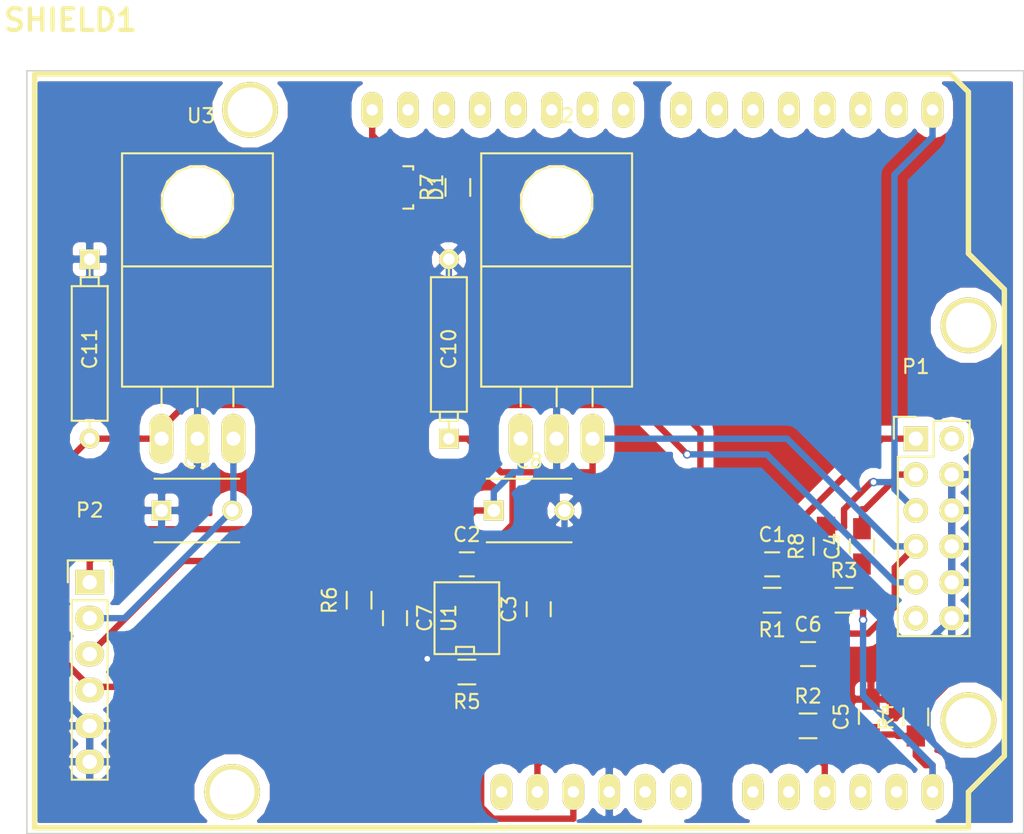
<source format=kicad_pcb>
(kicad_pcb (version 4) (host pcbnew 4.0.2+e4-6225~38~ubuntu15.10.1-stable)

  (general
    (links 62)
    (no_connects 0)
    (area 143.55803 45.93 218.490001 105.654)
    (thickness 1.6)
    (drawings 4)
    (tracks 215)
    (zones 0)
    (modules 26)
    (nets 39)
  )

  (page A4)
  (title_block
    (title "Opto Encoder Interface")
    (date 2016-07-20)
    (company https://github.com/jsr38)
    (comment 1 v_0_2_proto_pcb)
  )

  (layers
    (0 F.Cu signal)
    (31 B.Cu signal)
    (32 B.Adhes user)
    (33 F.Adhes user)
    (34 B.Paste user)
    (35 F.Paste user)
    (36 B.SilkS user)
    (37 F.SilkS user)
    (38 B.Mask user)
    (39 F.Mask user)
    (40 Dwgs.User user)
    (41 Cmts.User user)
    (42 Eco1.User user)
    (43 Eco2.User user)
    (44 Edge.Cuts user)
    (45 Margin user)
    (46 B.CrtYd user)
    (47 F.CrtYd user)
    (48 B.Fab user)
    (49 F.Fab user)
  )

  (setup
    (last_trace_width 0.25)
    (trace_clearance 0.4)
    (zone_clearance 0.7)
    (zone_45_only no)
    (trace_min 0.2)
    (segment_width 0.2)
    (edge_width 0.1)
    (via_size 0.6)
    (via_drill 0.4)
    (via_min_size 0.4)
    (via_min_drill 0.3)
    (uvia_size 0.3)
    (uvia_drill 0.1)
    (uvias_allowed no)
    (uvia_min_size 0.2)
    (uvia_min_drill 0.1)
    (pcb_text_width 0.3)
    (pcb_text_size 1.5 1.5)
    (mod_edge_width 0.15)
    (mod_text_size 1 1)
    (mod_text_width 0.15)
    (pad_size 1.5 1.5)
    (pad_drill 0.6)
    (pad_to_mask_clearance 0)
    (aux_axis_origin 0 0)
    (visible_elements FFFFFF7F)
    (pcbplotparams
      (layerselection 0x00030_80000001)
      (usegerberextensions false)
      (excludeedgelayer true)
      (linewidth 0.100000)
      (plotframeref false)
      (viasonmask false)
      (mode 1)
      (useauxorigin false)
      (hpglpennumber 1)
      (hpglpenspeed 20)
      (hpglpendiameter 15)
      (hpglpenoverlay 2)
      (psnegative false)
      (psa4output false)
      (plotreference true)
      (plotvalue true)
      (plotinvisibletext false)
      (padsonsilk false)
      (subtractmaskfromsilk false)
      (outputformat 5)
      (mirror true)
      (drillshape 2)
      (scaleselection 1)
      (outputdirectory svg))
  )

  (net 0 "")
  (net 1 "Net-(SHIELD1-PadAD3)")
  (net 2 "Net-(SHIELD1-PadAD0)")
  (net 3 "Net-(SHIELD1-PadAD1)")
  (net 4 "Net-(SHIELD1-PadV_IN)")
  (net 5 "Net-(SHIELD1-PadGND2)")
  (net 6 GND)
  (net 7 +3V3)
  (net 8 "Net-(SHIELD1-PadRST)")
  (net 9 "Net-(P1-Pad5)")
  (net 10 "Net-(SHIELD1-Pad1)")
  (net 11 "Net-(SHIELD1-Pad2)")
  (net 12 "Net-(SHIELD1-Pad3)")
  (net 13 "Net-(SHIELD1-Pad4)")
  (net 14 "Net-(SHIELD1-Pad5)")
  (net 15 "Net-(SHIELD1-Pad6)")
  (net 16 "Net-(SHIELD1-Pad7)")
  (net 17 "Net-(SHIELD1-Pad8)")
  (net 18 "Net-(SHIELD1-Pad9)")
  (net 19 "Net-(SHIELD1-Pad10)")
  (net 20 "Net-(SHIELD1-Pad11)")
  (net 21 "Net-(SHIELD1-Pad12)")
  (net 22 "Net-(SHIELD1-Pad13)")
  (net 23 "Net-(SHIELD1-PadGND3)")
  (net 24 "Net-(D1-Pad1)")
  (net 25 +5V)
  (net 26 -5V)
  (net 27 "Net-(P1-Pad11)")
  (net 28 +12V)
  (net 29 -12V)
  (net 30 "Net-(C1-Pad1)")
  (net 31 "Net-(C1-Pad2)")
  (net 32 "Net-(C3-Pad1)")
  (net 33 "Net-(C3-Pad2)")
  (net 34 "Net-(C4-Pad1)")
  (net 35 "Net-(C4-Pad2)")
  (net 36 "Net-(P1-Pad2)")
  (net 37 "Net-(R5-Pad2)")
  (net 38 "Net-(SHIELD1-PadAD4)")

  (net_class Default "This is the default net class."
    (clearance 0.4)
    (trace_width 0.25)
    (via_dia 0.6)
    (via_drill 0.4)
    (uvia_dia 0.3)
    (uvia_drill 0.1)
    (add_net +12V)
    (add_net +3V3)
    (add_net +5V)
    (add_net -12V)
    (add_net -5V)
    (add_net GND)
    (add_net "Net-(C1-Pad1)")
    (add_net "Net-(C1-Pad2)")
    (add_net "Net-(C3-Pad1)")
    (add_net "Net-(C3-Pad2)")
    (add_net "Net-(C4-Pad1)")
    (add_net "Net-(C4-Pad2)")
    (add_net "Net-(D1-Pad1)")
    (add_net "Net-(P1-Pad11)")
    (add_net "Net-(P1-Pad2)")
    (add_net "Net-(P1-Pad5)")
    (add_net "Net-(R5-Pad2)")
    (add_net "Net-(SHIELD1-Pad1)")
    (add_net "Net-(SHIELD1-Pad10)")
    (add_net "Net-(SHIELD1-Pad11)")
    (add_net "Net-(SHIELD1-Pad12)")
    (add_net "Net-(SHIELD1-Pad13)")
    (add_net "Net-(SHIELD1-Pad2)")
    (add_net "Net-(SHIELD1-Pad3)")
    (add_net "Net-(SHIELD1-Pad4)")
    (add_net "Net-(SHIELD1-Pad5)")
    (add_net "Net-(SHIELD1-Pad6)")
    (add_net "Net-(SHIELD1-Pad7)")
    (add_net "Net-(SHIELD1-Pad8)")
    (add_net "Net-(SHIELD1-Pad9)")
    (add_net "Net-(SHIELD1-PadAD0)")
    (add_net "Net-(SHIELD1-PadAD1)")
    (add_net "Net-(SHIELD1-PadAD3)")
    (add_net "Net-(SHIELD1-PadAD4)")
    (add_net "Net-(SHIELD1-PadGND2)")
    (add_net "Net-(SHIELD1-PadGND3)")
    (add_net "Net-(SHIELD1-PadRST)")
    (add_net "Net-(SHIELD1-PadV_IN)")
  )

  (module "arduino_shields:ARDUINO SHIELD" (layer F.Cu) (tedit 4CD6A37D) (tstamp 56B61993)
    (at 148.501 105.004)
    (path /56A61ABF)
    (fp_text reference SHIELD1 (at 2.54 -57.15) (layer F.SilkS)
      (effects (font (thickness 0.3048)))
    )
    (fp_text value ARDUINO_SHIELD (at 5.08 -54.61) (layer F.SilkS) hide
      (effects (font (thickness 0.3048)))
    )
    (fp_line (start 66.04 -40.64) (end 66.04 -52.07) (layer F.SilkS) (width 0.381))
    (fp_line (start 66.04 -52.07) (end 64.77 -53.34) (layer F.SilkS) (width 0.381))
    (fp_line (start 64.77 -53.34) (end 0 -53.34) (layer F.SilkS) (width 0.381))
    (fp_line (start 66.04 0) (end 0 0) (layer F.SilkS) (width 0.381))
    (fp_line (start 0 0) (end 0 -53.34) (layer F.SilkS) (width 0.381))
    (fp_line (start 66.04 -40.64) (end 68.58 -38.1) (layer F.SilkS) (width 0.381))
    (fp_line (start 68.58 -38.1) (end 68.58 -5.08) (layer F.SilkS) (width 0.381))
    (fp_line (start 68.58 -5.08) (end 66.04 -2.54) (layer F.SilkS) (width 0.381))
    (fp_line (start 66.04 -2.54) (end 66.04 0) (layer F.SilkS) (width 0.381))
    (pad AD5 thru_hole oval (at 63.5 -2.54 90) (size 2.54 1.524) (drill 0.8128) (layers *.Cu *.Mask F.SilkS)
      (net 34 "Net-(C4-Pad1)"))
    (pad AD4 thru_hole oval (at 60.96 -2.54 90) (size 2.54 1.524) (drill 0.8128) (layers *.Cu *.Mask F.SilkS)
      (net 38 "Net-(SHIELD1-PadAD4)"))
    (pad AD3 thru_hole oval (at 58.42 -2.54 90) (size 2.54 1.524) (drill 0.8128) (layers *.Cu *.Mask F.SilkS)
      (net 1 "Net-(SHIELD1-PadAD3)"))
    (pad AD0 thru_hole oval (at 50.8 -2.54 90) (size 2.54 1.524) (drill 0.8128) (layers *.Cu *.Mask F.SilkS)
      (net 2 "Net-(SHIELD1-PadAD0)"))
    (pad AD1 thru_hole oval (at 53.34 -2.54 90) (size 2.54 1.524) (drill 0.8128) (layers *.Cu *.Mask F.SilkS)
      (net 3 "Net-(SHIELD1-PadAD1)"))
    (pad AD2 thru_hole oval (at 55.88 -2.54 90) (size 2.54 1.524) (drill 0.8128) (layers *.Cu *.Mask F.SilkS)
      (net 30 "Net-(C1-Pad1)"))
    (pad V_IN thru_hole oval (at 45.72 -2.54 90) (size 2.54 1.524) (drill 0.8128) (layers *.Cu *.Mask F.SilkS)
      (net 4 "Net-(SHIELD1-PadV_IN)"))
    (pad GND2 thru_hole oval (at 43.18 -2.54 90) (size 2.54 1.524) (drill 0.8128) (layers *.Cu *.Mask F.SilkS)
      (net 5 "Net-(SHIELD1-PadGND2)"))
    (pad GND1 thru_hole oval (at 40.64 -2.54 90) (size 2.54 1.524) (drill 0.8128) (layers *.Cu *.Mask F.SilkS)
      (net 6 GND))
    (pad 3V3 thru_hole oval (at 35.56 -2.54 90) (size 2.54 1.524) (drill 0.8128) (layers *.Cu *.Mask F.SilkS)
      (net 7 +3V3))
    (pad RST thru_hole oval (at 33.02 -2.54 90) (size 2.54 1.524) (drill 0.8128) (layers *.Cu *.Mask F.SilkS)
      (net 8 "Net-(SHIELD1-PadRST)"))
    (pad 0 thru_hole oval (at 63.5 -50.8 90) (size 2.54 1.524) (drill 0.8128) (layers *.Cu *.Mask F.SilkS)
      (net 9 "Net-(P1-Pad5)"))
    (pad 1 thru_hole oval (at 60.96 -50.8 90) (size 2.54 1.524) (drill 0.8128) (layers *.Cu *.Mask F.SilkS)
      (net 10 "Net-(SHIELD1-Pad1)"))
    (pad 2 thru_hole oval (at 58.42 -50.8 90) (size 2.54 1.524) (drill 0.8128) (layers *.Cu *.Mask F.SilkS)
      (net 11 "Net-(SHIELD1-Pad2)"))
    (pad 3 thru_hole oval (at 55.88 -50.8 90) (size 2.54 1.524) (drill 0.8128) (layers *.Cu *.Mask F.SilkS)
      (net 12 "Net-(SHIELD1-Pad3)"))
    (pad 4 thru_hole oval (at 53.34 -50.8 90) (size 2.54 1.524) (drill 0.8128) (layers *.Cu *.Mask F.SilkS)
      (net 13 "Net-(SHIELD1-Pad4)"))
    (pad 5 thru_hole oval (at 50.8 -50.8 90) (size 2.54 1.524) (drill 0.8128) (layers *.Cu *.Mask F.SilkS)
      (net 14 "Net-(SHIELD1-Pad5)"))
    (pad 6 thru_hole oval (at 48.26 -50.8 90) (size 2.54 1.524) (drill 0.8128) (layers *.Cu *.Mask F.SilkS)
      (net 15 "Net-(SHIELD1-Pad6)"))
    (pad 7 thru_hole oval (at 45.72 -50.8 90) (size 2.54 1.524) (drill 0.8128) (layers *.Cu *.Mask F.SilkS)
      (net 16 "Net-(SHIELD1-Pad7)"))
    (pad 8 thru_hole oval (at 41.656 -50.8 90) (size 2.54 1.524) (drill 0.8128) (layers *.Cu *.Mask F.SilkS)
      (net 17 "Net-(SHIELD1-Pad8)"))
    (pad 9 thru_hole oval (at 39.116 -50.8 90) (size 2.54 1.524) (drill 0.8128) (layers *.Cu *.Mask F.SilkS)
      (net 18 "Net-(SHIELD1-Pad9)"))
    (pad 10 thru_hole oval (at 36.576 -50.8 90) (size 2.54 1.524) (drill 0.8128) (layers *.Cu *.Mask F.SilkS)
      (net 19 "Net-(SHIELD1-Pad10)"))
    (pad 11 thru_hole oval (at 34.036 -50.8 90) (size 2.54 1.524) (drill 0.8128) (layers *.Cu *.Mask F.SilkS)
      (net 20 "Net-(SHIELD1-Pad11)"))
    (pad 12 thru_hole oval (at 31.496 -50.8 90) (size 2.54 1.524) (drill 0.8128) (layers *.Cu *.Mask F.SilkS)
      (net 21 "Net-(SHIELD1-Pad12)"))
    (pad 13 thru_hole oval (at 28.956 -50.8 90) (size 2.54 1.524) (drill 0.8128) (layers *.Cu *.Mask F.SilkS)
      (net 22 "Net-(SHIELD1-Pad13)"))
    (pad GND3 thru_hole oval (at 26.416 -50.8 90) (size 2.54 1.524) (drill 0.8128) (layers *.Cu *.Mask F.SilkS)
      (net 23 "Net-(SHIELD1-PadGND3)"))
    (pad AREF thru_hole oval (at 23.876 -50.8 90) (size 2.54 1.524) (drill 0.8128) (layers *.Cu *.Mask F.SilkS)
      (net 24 "Net-(D1-Pad1)"))
    (pad 5V thru_hole oval (at 38.1 -2.54 90) (size 2.54 1.524) (drill 0.8128) (layers *.Cu *.Mask F.SilkS)
      (net 25 +5V))
    (pad "" thru_hole circle (at 66.04 -7.62 90) (size 3.937 3.937) (drill 3.175) (layers *.Cu *.Mask F.SilkS))
    (pad "" thru_hole circle (at 66.04 -35.56 90) (size 3.937 3.937) (drill 3.175) (layers *.Cu *.Mask F.SilkS))
    (pad "" thru_hole circle (at 15.24 -50.8 90) (size 3.937 3.937) (drill 3.175) (layers *.Cu *.Mask F.SilkS))
    (pad "" thru_hole circle (at 13.97 -2.54 90) (size 3.937 3.937) (drill 3.175) (layers *.Cu *.Mask F.SilkS))
  )

  (module TO_SOT_Packages_SMD:SOT-23 (layer F.Cu) (tedit 553634F8) (tstamp 56B61A0C)
    (at 174.625 59.69 270)
    (descr "SOT-23, Standard")
    (tags SOT-23)
    (path /56A89EF2)
    (attr smd)
    (fp_text reference D1 (at 0 -2.25 270) (layer F.SilkS)
      (effects (font (size 1 1) (thickness 0.15)))
    )
    (fp_text value ZENER (at 0 2.3 270) (layer F.Fab)
      (effects (font (size 1 1) (thickness 0.15)))
    )
    (fp_line (start -1.65 -1.6) (end 1.65 -1.6) (layer F.CrtYd) (width 0.05))
    (fp_line (start 1.65 -1.6) (end 1.65 1.6) (layer F.CrtYd) (width 0.05))
    (fp_line (start 1.65 1.6) (end -1.65 1.6) (layer F.CrtYd) (width 0.05))
    (fp_line (start -1.65 1.6) (end -1.65 -1.6) (layer F.CrtYd) (width 0.05))
    (fp_line (start 1.29916 -0.65024) (end 1.2509 -0.65024) (layer F.SilkS) (width 0.15))
    (fp_line (start -1.49982 0.0508) (end -1.49982 -0.65024) (layer F.SilkS) (width 0.15))
    (fp_line (start -1.49982 -0.65024) (end -1.2509 -0.65024) (layer F.SilkS) (width 0.15))
    (fp_line (start 1.29916 -0.65024) (end 1.49982 -0.65024) (layer F.SilkS) (width 0.15))
    (fp_line (start 1.49982 -0.65024) (end 1.49982 0.0508) (layer F.SilkS) (width 0.15))
    (pad 1 smd rect (at -0.95 1.00076 270) (size 0.8001 0.8001) (layers F.Cu F.Paste F.Mask)
      (net 24 "Net-(D1-Pad1)"))
    (pad 2 smd rect (at 0.95 1.00076 270) (size 0.8001 0.8001) (layers F.Cu F.Paste F.Mask)
      (net 6 GND))
    (pad 3 smd rect (at 0 -0.99822 270) (size 0.8001 0.8001) (layers F.Cu F.Paste F.Mask))
    (model TO_SOT_Packages_SMD.3dshapes/SOT-23.wrl
      (at (xyz 0 0 0))
      (scale (xyz 1 1 1))
      (rotate (xyz 0 0 0))
    )
  )

  (module Resistors_SMD:R_0805_HandSoldering (layer F.Cu) (tedit 54189DEE) (tstamp 56B61A1E)
    (at 200.66 88.9 180)
    (descr "Resistor SMD 0805, hand soldering")
    (tags "resistor 0805")
    (path /56D9C093)
    (attr smd)
    (fp_text reference R1 (at 0 -2.1 180) (layer F.SilkS)
      (effects (font (size 1 1) (thickness 0.15)))
    )
    (fp_text value 100kR (at 0 2.1 180) (layer F.Fab)
      (effects (font (size 1 1) (thickness 0.15)))
    )
    (fp_line (start -2.4 -1) (end 2.4 -1) (layer F.CrtYd) (width 0.05))
    (fp_line (start -2.4 1) (end 2.4 1) (layer F.CrtYd) (width 0.05))
    (fp_line (start -2.4 -1) (end -2.4 1) (layer F.CrtYd) (width 0.05))
    (fp_line (start 2.4 -1) (end 2.4 1) (layer F.CrtYd) (width 0.05))
    (fp_line (start 0.6 0.875) (end -0.6 0.875) (layer F.SilkS) (width 0.15))
    (fp_line (start -0.6 -0.875) (end 0.6 -0.875) (layer F.SilkS) (width 0.15))
    (pad 1 smd rect (at -1.35 0 180) (size 1.5 1.3) (layers F.Cu F.Paste F.Mask)
      (net 25 +5V))
    (pad 2 smd rect (at 1.35 0 180) (size 1.5 1.3) (layers F.Cu F.Paste F.Mask)
      (net 30 "Net-(C1-Pad1)"))
    (model Resistors_SMD.3dshapes/R_0805_HandSoldering.wrl
      (at (xyz 0 0 0))
      (scale (xyz 1 1 1))
      (rotate (xyz 0 0 0))
    )
  )

  (module Resistors_SMD:R_0805_HandSoldering (layer F.Cu) (tedit 54189DEE) (tstamp 56B61A2E)
    (at 203.2 97.79)
    (descr "Resistor SMD 0805, hand soldering")
    (tags "resistor 0805")
    (path /56A61E93)
    (attr smd)
    (fp_text reference R2 (at 0 -2.1) (layer F.SilkS)
      (effects (font (size 1 1) (thickness 0.15)))
    )
    (fp_text value 100kR (at 0 2.1) (layer F.Fab)
      (effects (font (size 1 1) (thickness 0.15)))
    )
    (fp_line (start -2.4 -1) (end 2.4 -1) (layer F.CrtYd) (width 0.05))
    (fp_line (start -2.4 1) (end 2.4 1) (layer F.CrtYd) (width 0.05))
    (fp_line (start -2.4 -1) (end -2.4 1) (layer F.CrtYd) (width 0.05))
    (fp_line (start 2.4 -1) (end 2.4 1) (layer F.CrtYd) (width 0.05))
    (fp_line (start 0.6 0.875) (end -0.6 0.875) (layer F.SilkS) (width 0.15))
    (fp_line (start -0.6 -0.875) (end 0.6 -0.875) (layer F.SilkS) (width 0.15))
    (pad 1 smd rect (at -1.35 0) (size 1.5 1.3) (layers F.Cu F.Paste F.Mask)
      (net 30 "Net-(C1-Pad1)"))
    (pad 2 smd rect (at 1.35 0) (size 1.5 1.3) (layers F.Cu F.Paste F.Mask)
      (net 6 GND))
    (model Resistors_SMD.3dshapes/R_0805_HandSoldering.wrl
      (at (xyz 0 0 0))
      (scale (xyz 1 1 1))
      (rotate (xyz 0 0 0))
    )
  )

  (module Resistors_SMD:R_0805_HandSoldering (layer F.Cu) (tedit 54189DEE) (tstamp 56B61A3E)
    (at 205.74 88.9)
    (descr "Resistor SMD 0805, hand soldering")
    (tags "resistor 0805")
    (path /56D9C122)
    (attr smd)
    (fp_text reference R3 (at 0 -2.1) (layer F.SilkS)
      (effects (font (size 1 1) (thickness 0.15)))
    )
    (fp_text value 100kR (at 0 2.1) (layer F.Fab)
      (effects (font (size 1 1) (thickness 0.15)))
    )
    (fp_line (start -2.4 -1) (end 2.4 -1) (layer F.CrtYd) (width 0.05))
    (fp_line (start -2.4 1) (end 2.4 1) (layer F.CrtYd) (width 0.05))
    (fp_line (start -2.4 -1) (end -2.4 1) (layer F.CrtYd) (width 0.05))
    (fp_line (start 2.4 -1) (end 2.4 1) (layer F.CrtYd) (width 0.05))
    (fp_line (start 0.6 0.875) (end -0.6 0.875) (layer F.SilkS) (width 0.15))
    (fp_line (start -0.6 -0.875) (end 0.6 -0.875) (layer F.SilkS) (width 0.15))
    (pad 1 smd rect (at -1.35 0) (size 1.5 1.3) (layers F.Cu F.Paste F.Mask)
      (net 25 +5V))
    (pad 2 smd rect (at 1.35 0) (size 1.5 1.3) (layers F.Cu F.Paste F.Mask)
      (net 34 "Net-(C4-Pad1)"))
    (model Resistors_SMD.3dshapes/R_0805_HandSoldering.wrl
      (at (xyz 0 0 0))
      (scale (xyz 1 1 1))
      (rotate (xyz 0 0 0))
    )
  )

  (module Resistors_SMD:R_0805_HandSoldering (layer F.Cu) (tedit 54189DEE) (tstamp 56B61A4E)
    (at 210.82 97.155 90)
    (descr "Resistor SMD 0805, hand soldering")
    (tags "resistor 0805")
    (path /56A61E09)
    (attr smd)
    (fp_text reference R4 (at 0 -2.1 90) (layer F.SilkS)
      (effects (font (size 1 1) (thickness 0.15)))
    )
    (fp_text value 100kR (at 0 2.1 90) (layer F.Fab)
      (effects (font (size 1 1) (thickness 0.15)))
    )
    (fp_line (start -2.4 -1) (end 2.4 -1) (layer F.CrtYd) (width 0.05))
    (fp_line (start -2.4 1) (end 2.4 1) (layer F.CrtYd) (width 0.05))
    (fp_line (start -2.4 -1) (end -2.4 1) (layer F.CrtYd) (width 0.05))
    (fp_line (start 2.4 -1) (end 2.4 1) (layer F.CrtYd) (width 0.05))
    (fp_line (start 0.6 0.875) (end -0.6 0.875) (layer F.SilkS) (width 0.15))
    (fp_line (start -0.6 -0.875) (end 0.6 -0.875) (layer F.SilkS) (width 0.15))
    (pad 1 smd rect (at -1.35 0 90) (size 1.5 1.3) (layers F.Cu F.Paste F.Mask)
      (net 34 "Net-(C4-Pad1)"))
    (pad 2 smd rect (at 1.35 0 90) (size 1.5 1.3) (layers F.Cu F.Paste F.Mask)
      (net 6 GND))
    (model Resistors_SMD.3dshapes/R_0805_HandSoldering.wrl
      (at (xyz 0 0 0))
      (scale (xyz 1 1 1))
      (rotate (xyz 0 0 0))
    )
  )

  (module Pin_Headers:Pin_Header_Straight_2x06 (layer F.Cu) (tedit 0) (tstamp 56B61A68)
    (at 210.82 77.47)
    (descr "Through hole pin header")
    (tags "pin header")
    (path /56A61FC0)
    (fp_text reference P1 (at 0 -5.1) (layer F.SilkS)
      (effects (font (size 1 1) (thickness 0.15)))
    )
    (fp_text value CONN_02X06 (at 0 -3.1) (layer F.Fab)
      (effects (font (size 1 1) (thickness 0.15)))
    )
    (fp_line (start -1.75 -1.75) (end -1.75 14.45) (layer F.CrtYd) (width 0.05))
    (fp_line (start 4.3 -1.75) (end 4.3 14.45) (layer F.CrtYd) (width 0.05))
    (fp_line (start -1.75 -1.75) (end 4.3 -1.75) (layer F.CrtYd) (width 0.05))
    (fp_line (start -1.75 14.45) (end 4.3 14.45) (layer F.CrtYd) (width 0.05))
    (fp_line (start 3.81 13.97) (end 3.81 -1.27) (layer F.SilkS) (width 0.15))
    (fp_line (start -1.27 1.27) (end -1.27 13.97) (layer F.SilkS) (width 0.15))
    (fp_line (start 3.81 13.97) (end -1.27 13.97) (layer F.SilkS) (width 0.15))
    (fp_line (start 3.81 -1.27) (end 1.27 -1.27) (layer F.SilkS) (width 0.15))
    (fp_line (start 0 -1.55) (end -1.55 -1.55) (layer F.SilkS) (width 0.15))
    (fp_line (start 1.27 -1.27) (end 1.27 1.27) (layer F.SilkS) (width 0.15))
    (fp_line (start 1.27 1.27) (end -1.27 1.27) (layer F.SilkS) (width 0.15))
    (fp_line (start -1.55 -1.55) (end -1.55 0) (layer F.SilkS) (width 0.15))
    (pad 1 thru_hole rect (at 0 0) (size 1.7272 1.7272) (drill 1.016) (layers *.Cu *.Mask F.SilkS)
      (net 31 "Net-(C1-Pad2)"))
    (pad 2 thru_hole oval (at 2.54 0) (size 1.7272 1.7272) (drill 1.016) (layers *.Cu *.Mask F.SilkS)
      (net 36 "Net-(P1-Pad2)"))
    (pad 3 thru_hole oval (at 0 2.54) (size 1.7272 1.7272) (drill 1.016) (layers *.Cu *.Mask F.SilkS)
      (net 35 "Net-(C4-Pad2)"))
    (pad 4 thru_hole oval (at 2.54 2.54) (size 1.7272 1.7272) (drill 1.016) (layers *.Cu *.Mask F.SilkS)
      (net 6 GND))
    (pad 5 thru_hole oval (at 0 5.08) (size 1.7272 1.7272) (drill 1.016) (layers *.Cu *.Mask F.SilkS)
      (net 9 "Net-(P1-Pad5)"))
    (pad 6 thru_hole oval (at 2.54 5.08) (size 1.7272 1.7272) (drill 1.016) (layers *.Cu *.Mask F.SilkS)
      (net 6 GND))
    (pad 7 thru_hole oval (at 0 7.62) (size 1.7272 1.7272) (drill 1.016) (layers *.Cu *.Mask F.SilkS)
      (net 25 +5V))
    (pad 8 thru_hole oval (at 2.54 7.62) (size 1.7272 1.7272) (drill 1.016) (layers *.Cu *.Mask F.SilkS)
      (net 6 GND))
    (pad 9 thru_hole oval (at 0 10.16) (size 1.7272 1.7272) (drill 1.016) (layers *.Cu *.Mask F.SilkS)
      (net 26 -5V))
    (pad 10 thru_hole oval (at 2.54 10.16) (size 1.7272 1.7272) (drill 1.016) (layers *.Cu *.Mask F.SilkS)
      (net 6 GND))
    (pad 11 thru_hole oval (at 0 12.7) (size 1.7272 1.7272) (drill 1.016) (layers *.Cu *.Mask F.SilkS)
      (net 27 "Net-(P1-Pad11)"))
    (pad 12 thru_hole oval (at 2.54 12.7) (size 1.7272 1.7272) (drill 1.016) (layers *.Cu *.Mask F.SilkS)
      (net 6 GND))
    (model Pin_Headers.3dshapes/Pin_Header_Straight_2x06.wrl
      (at (xyz 0.05 -0.25 0))
      (scale (xyz 1 1 1))
      (rotate (xyz 0 0 90))
    )
  )

  (module Pin_Headers:Pin_Header_Straight_1x06 (layer F.Cu) (tedit 0) (tstamp 56B61A90)
    (at 152.4 87.63)
    (descr "Through hole pin header")
    (tags "pin header")
    (path /56B5E697)
    (fp_text reference P2 (at 0 -5.1) (layer F.SilkS)
      (effects (font (size 1 1) (thickness 0.15)))
    )
    (fp_text value CONN_01X06 (at 0 -3.1) (layer F.Fab)
      (effects (font (size 1 1) (thickness 0.15)))
    )
    (fp_line (start -1.75 -1.75) (end -1.75 14.45) (layer F.CrtYd) (width 0.05))
    (fp_line (start 1.75 -1.75) (end 1.75 14.45) (layer F.CrtYd) (width 0.05))
    (fp_line (start -1.75 -1.75) (end 1.75 -1.75) (layer F.CrtYd) (width 0.05))
    (fp_line (start -1.75 14.45) (end 1.75 14.45) (layer F.CrtYd) (width 0.05))
    (fp_line (start 1.27 1.27) (end 1.27 13.97) (layer F.SilkS) (width 0.15))
    (fp_line (start 1.27 13.97) (end -1.27 13.97) (layer F.SilkS) (width 0.15))
    (fp_line (start -1.27 13.97) (end -1.27 1.27) (layer F.SilkS) (width 0.15))
    (fp_line (start 1.55 -1.55) (end 1.55 0) (layer F.SilkS) (width 0.15))
    (fp_line (start 1.27 1.27) (end -1.27 1.27) (layer F.SilkS) (width 0.15))
    (fp_line (start -1.55 0) (end -1.55 -1.55) (layer F.SilkS) (width 0.15))
    (fp_line (start -1.55 -1.55) (end 1.55 -1.55) (layer F.SilkS) (width 0.15))
    (pad 1 thru_hole rect (at 0 0) (size 2.032 1.7272) (drill 1.016) (layers *.Cu *.Mask F.SilkS)
      (net 28 +12V))
    (pad 2 thru_hole oval (at 0 2.54) (size 2.032 1.7272) (drill 1.016) (layers *.Cu *.Mask F.SilkS)
      (net 29 -12V))
    (pad 3 thru_hole oval (at 0 5.08) (size 2.032 1.7272) (drill 1.016) (layers *.Cu *.Mask F.SilkS)
      (net 25 +5V))
    (pad 4 thru_hole oval (at 0 7.62) (size 2.032 1.7272) (drill 1.016) (layers *.Cu *.Mask F.SilkS)
      (net 26 -5V))
    (pad 5 thru_hole oval (at 0 10.16) (size 2.032 1.7272) (drill 1.016) (layers *.Cu *.Mask F.SilkS)
      (net 6 GND))
    (pad 6 thru_hole oval (at 0 12.7) (size 2.032 1.7272) (drill 1.016) (layers *.Cu *.Mask F.SilkS)
      (net 6 GND))
    (model Pin_Headers.3dshapes/Pin_Header_Straight_1x06.wrl
      (at (xyz 0 -0.25 0))
      (scale (xyz 1 1 1))
      (rotate (xyz 0 0 90))
    )
  )

  (module Resistors_SMD:R_0805_HandSoldering (layer F.Cu) (tedit 54189DEE) (tstamp 574562B5)
    (at 179.07 93.98 180)
    (descr "Resistor SMD 0805, hand soldering")
    (tags "resistor 0805")
    (path /56D97445)
    (attr smd)
    (fp_text reference R5 (at 0 -2.1 180) (layer F.SilkS)
      (effects (font (size 1 1) (thickness 0.15)))
    )
    (fp_text value 100kR (at 0 2.1 180) (layer F.Fab)
      (effects (font (size 1 1) (thickness 0.15)))
    )
    (fp_line (start -2.4 -1) (end 2.4 -1) (layer F.CrtYd) (width 0.05))
    (fp_line (start -2.4 1) (end 2.4 1) (layer F.CrtYd) (width 0.05))
    (fp_line (start -2.4 -1) (end -2.4 1) (layer F.CrtYd) (width 0.05))
    (fp_line (start 2.4 -1) (end 2.4 1) (layer F.CrtYd) (width 0.05))
    (fp_line (start 0.6 0.875) (end -0.6 0.875) (layer F.SilkS) (width 0.15))
    (fp_line (start -0.6 -0.875) (end 0.6 -0.875) (layer F.SilkS) (width 0.15))
    (pad 1 smd rect (at -1.35 0 180) (size 1.5 1.3) (layers F.Cu F.Paste F.Mask)
      (net 25 +5V))
    (pad 2 smd rect (at 1.35 0 180) (size 1.5 1.3) (layers F.Cu F.Paste F.Mask)
      (net 37 "Net-(R5-Pad2)"))
    (model Resistors_SMD.3dshapes/R_0805_HandSoldering.wrl
      (at (xyz 0 0 0))
      (scale (xyz 1 1 1))
      (rotate (xyz 0 0 0))
    )
  )

  (module Resistors_SMD:R_0805_HandSoldering (layer F.Cu) (tedit 54189DEE) (tstamp 574562BB)
    (at 171.45 88.9 90)
    (descr "Resistor SMD 0805, hand soldering")
    (tags "resistor 0805")
    (path /56D97041)
    (attr smd)
    (fp_text reference R6 (at 0 -2.1 90) (layer F.SilkS)
      (effects (font (size 1 1) (thickness 0.15)))
    )
    (fp_text value 100kR (at 0 2.1 90) (layer F.Fab)
      (effects (font (size 1 1) (thickness 0.15)))
    )
    (fp_line (start -2.4 -1) (end 2.4 -1) (layer F.CrtYd) (width 0.05))
    (fp_line (start -2.4 1) (end 2.4 1) (layer F.CrtYd) (width 0.05))
    (fp_line (start -2.4 -1) (end -2.4 1) (layer F.CrtYd) (width 0.05))
    (fp_line (start 2.4 -1) (end 2.4 1) (layer F.CrtYd) (width 0.05))
    (fp_line (start 0.6 0.875) (end -0.6 0.875) (layer F.SilkS) (width 0.15))
    (fp_line (start -0.6 -0.875) (end 0.6 -0.875) (layer F.SilkS) (width 0.15))
    (pad 1 smd rect (at -1.35 0 90) (size 1.5 1.3) (layers F.Cu F.Paste F.Mask)
      (net 37 "Net-(R5-Pad2)"))
    (pad 2 smd rect (at 1.35 0 90) (size 1.5 1.3) (layers F.Cu F.Paste F.Mask)
      (net 26 -5V))
    (model Resistors_SMD.3dshapes/R_0805_HandSoldering.wrl
      (at (xyz 0 0 0))
      (scale (xyz 1 1 1))
      (rotate (xyz 0 0 0))
    )
  )

  (module Resistors_SMD:R_0805_HandSoldering (layer F.Cu) (tedit 54189DEE) (tstamp 574562C1)
    (at 178.435 59.69 90)
    (descr "Resistor SMD 0805, hand soldering")
    (tags "resistor 0805")
    (path /56A8A23F)
    (attr smd)
    (fp_text reference R7 (at 0 -2.1 90) (layer F.SilkS)
      (effects (font (size 1 1) (thickness 0.15)))
    )
    (fp_text value 1k3R (at 0 2.1 90) (layer F.Fab)
      (effects (font (size 1 1) (thickness 0.15)))
    )
    (fp_line (start -2.4 -1) (end 2.4 -1) (layer F.CrtYd) (width 0.05))
    (fp_line (start -2.4 1) (end 2.4 1) (layer F.CrtYd) (width 0.05))
    (fp_line (start -2.4 -1) (end -2.4 1) (layer F.CrtYd) (width 0.05))
    (fp_line (start 2.4 -1) (end 2.4 1) (layer F.CrtYd) (width 0.05))
    (fp_line (start 0.6 0.875) (end -0.6 0.875) (layer F.SilkS) (width 0.15))
    (fp_line (start -0.6 -0.875) (end 0.6 -0.875) (layer F.SilkS) (width 0.15))
    (pad 1 smd rect (at -1.35 0 90) (size 1.5 1.3) (layers F.Cu F.Paste F.Mask)
      (net 7 +3V3))
    (pad 2 smd rect (at 1.35 0 90) (size 1.5 1.3) (layers F.Cu F.Paste F.Mask)
      (net 24 "Net-(D1-Pad1)"))
    (model Resistors_SMD.3dshapes/R_0805_HandSoldering.wrl
      (at (xyz 0 0 0))
      (scale (xyz 1 1 1))
      (rotate (xyz 0 0 0))
    )
  )

  (module Resistors_SMD:R_0805_HandSoldering (layer F.Cu) (tedit 54189DEE) (tstamp 574562C7)
    (at 204.47 85.09 90)
    (descr "Resistor SMD 0805, hand soldering")
    (tags "resistor 0805")
    (path /56A61D1F)
    (attr smd)
    (fp_text reference R8 (at 0 -2.1 90) (layer F.SilkS)
      (effects (font (size 1 1) (thickness 0.15)))
    )
    (fp_text value 390R (at 0 2.1 90) (layer F.Fab)
      (effects (font (size 1 1) (thickness 0.15)))
    )
    (fp_line (start -2.4 -1) (end 2.4 -1) (layer F.CrtYd) (width 0.05))
    (fp_line (start -2.4 1) (end 2.4 1) (layer F.CrtYd) (width 0.05))
    (fp_line (start -2.4 -1) (end -2.4 1) (layer F.CrtYd) (width 0.05))
    (fp_line (start 2.4 -1) (end 2.4 1) (layer F.CrtYd) (width 0.05))
    (fp_line (start 0.6 0.875) (end -0.6 0.875) (layer F.SilkS) (width 0.15))
    (fp_line (start -0.6 -0.875) (end 0.6 -0.875) (layer F.SilkS) (width 0.15))
    (pad 1 smd rect (at -1.35 0 90) (size 1.5 1.3) (layers F.Cu F.Paste F.Mask)
      (net 25 +5V))
    (pad 2 smd rect (at 1.35 0 90) (size 1.5 1.3) (layers F.Cu F.Paste F.Mask)
      (net 9 "Net-(P1-Pad5)"))
    (model Resistors_SMD.3dshapes/R_0805_HandSoldering.wrl
      (at (xyz 0 0 0))
      (scale (xyz 1 1 1))
      (rotate (xyz 0 0 0))
    )
  )

  (module SMD_Packages:SOIC-8-N (layer F.Cu) (tedit 0) (tstamp 57456381)
    (at 179.07 90.17 90)
    (descr "Module Narrow CMS SOJ 8 pins large")
    (tags "CMS SOJ")
    (path /56D83630)
    (attr smd)
    (fp_text reference U1 (at 0 -1.27 90) (layer F.SilkS)
      (effects (font (size 1 1) (thickness 0.15)))
    )
    (fp_text value max889 (at 0 1.27 90) (layer F.Fab)
      (effects (font (size 1 1) (thickness 0.15)))
    )
    (fp_line (start -2.54 -2.286) (end 2.54 -2.286) (layer F.SilkS) (width 0.15))
    (fp_line (start 2.54 -2.286) (end 2.54 2.286) (layer F.SilkS) (width 0.15))
    (fp_line (start 2.54 2.286) (end -2.54 2.286) (layer F.SilkS) (width 0.15))
    (fp_line (start -2.54 2.286) (end -2.54 -2.286) (layer F.SilkS) (width 0.15))
    (fp_line (start -2.54 -0.762) (end -2.032 -0.762) (layer F.SilkS) (width 0.15))
    (fp_line (start -2.032 -0.762) (end -2.032 0.508) (layer F.SilkS) (width 0.15))
    (fp_line (start -2.032 0.508) (end -2.54 0.508) (layer F.SilkS) (width 0.15))
    (pad 8 smd rect (at -1.905 -3.175 90) (size 0.508 1.143) (layers F.Cu F.Paste F.Mask)
      (net 6 GND))
    (pad 7 smd rect (at -0.635 -3.175 90) (size 0.508 1.143) (layers F.Cu F.Paste F.Mask)
      (net 37 "Net-(R5-Pad2)"))
    (pad 6 smd rect (at 0.635 -3.175 90) (size 0.508 1.143) (layers F.Cu F.Paste F.Mask)
      (net 25 +5V))
    (pad 5 smd rect (at 1.905 -3.175 90) (size 0.508 1.143) (layers F.Cu F.Paste F.Mask)
      (net 26 -5V))
    (pad 4 smd rect (at 1.905 3.175 90) (size 0.508 1.143) (layers F.Cu F.Paste F.Mask)
      (net 33 "Net-(C3-Pad2)"))
    (pad 3 smd rect (at 0.635 3.175 90) (size 0.508 1.143) (layers F.Cu F.Paste F.Mask)
      (net 6 GND))
    (pad 2 smd rect (at -0.635 3.175 90) (size 0.508 1.143) (layers F.Cu F.Paste F.Mask)
      (net 32 "Net-(C3-Pad1)"))
    (pad 1 smd rect (at -1.905 3.175 90) (size 0.508 1.143) (layers F.Cu F.Paste F.Mask)
      (net 25 +5V))
    (model SMD_Packages.3dshapes/SOIC-8-N.wrl
      (at (xyz 0 0 0))
      (scale (xyz 0.5 0.38 0.5))
      (rotate (xyz 0 0 0))
    )
  )

  (module regul:TO-220_regul_Horizontal_LargePads (layer F.Cu) (tedit 574D95D6) (tstamp 574D9914)
    (at 185.42 77.47)
    (descr "TO-220, Neutral, Horizontal, Large Pads,")
    (tags "TO-220, Neutral, Horizontal, Large Pads,")
    (path /56A63641)
    (fp_text reference U2 (at 0.24892 -22.84984) (layer F.SilkS)
      (effects (font (size 1 1) (thickness 0.15)))
    )
    (fp_text value LM7805 (at -0.20066 4.24942) (layer F.Fab)
      (effects (font (size 1 1) (thickness 0.15)))
    )
    (fp_line (start -2.54 -3.683) (end -2.54 -2.286) (layer F.SilkS) (width 0.15))
    (fp_line (start 0 -3.683) (end 0 -2.286) (layer F.SilkS) (width 0.15))
    (fp_line (start 2.54 -3.683) (end 2.54 -2.286) (layer F.SilkS) (width 0.15))
    (fp_circle (center 0 -16.764) (end 1.778 -14.986) (layer F.SilkS) (width 0.15))
    (fp_line (start 5.334 -12.192) (end 5.334 -20.193) (layer F.SilkS) (width 0.15))
    (fp_line (start 5.334 -20.193) (end -5.334 -20.193) (layer F.SilkS) (width 0.15))
    (fp_line (start -5.334 -20.193) (end -5.334 -12.192) (layer F.SilkS) (width 0.15))
    (fp_line (start 5.334 -3.683) (end 5.334 -12.192) (layer F.SilkS) (width 0.15))
    (fp_line (start 5.334 -12.192) (end -5.334 -12.192) (layer F.SilkS) (width 0.15))
    (fp_line (start -5.334 -12.192) (end -5.334 -3.683) (layer F.SilkS) (width 0.15))
    (fp_line (start 0 -3.683) (end -5.334 -3.683) (layer F.SilkS) (width 0.15))
    (fp_line (start 0 -3.683) (end 5.334 -3.683) (layer F.SilkS) (width 0.15))
    (pad GND thru_hole oval (at 0 0 90) (size 3.50012 1.69926) (drill 1.00076) (layers *.Cu *.Mask F.SilkS)
      (net 6 GND))
    (pad VI thru_hole oval (at -2.54 0 90) (size 3.50012 1.69926) (drill 1.00076) (layers *.Cu *.Mask F.SilkS)
      (net 28 +12V))
    (pad VO thru_hole oval (at 2.54 0 90) (size 3.50012 1.69926) (drill 1.00076) (layers *.Cu *.Mask F.SilkS)
      (net 25 +5V))
    (pad "" np_thru_hole circle (at 0 -16.764 90) (size 3.79984 3.79984) (drill 3.79984) (layers *.Cu *.Mask F.SilkS))
    (model TO_SOT_Packages_THT.3dshapes/TO-220_Neutral123_Horizontal_LargePads.wrl
      (at (xyz 0 0 0))
      (scale (xyz 0.3937 0.3937 0.3937))
      (rotate (xyz 0 0 0))
    )
  )

  (module regul:TO-220_regul_Horizontal_LargePads (layer F.Cu) (tedit 574D95D6) (tstamp 574D9927)
    (at 160.02 77.47)
    (descr "TO-220, Neutral, Horizontal, Large Pads,")
    (tags "TO-220, Neutral, Horizontal, Large Pads,")
    (path /56A63CED)
    (fp_text reference U3 (at 0.24892 -22.84984) (layer F.SilkS)
      (effects (font (size 1 1) (thickness 0.15)))
    )
    (fp_text value LM7905 (at -0.20066 4.24942) (layer F.Fab)
      (effects (font (size 1 1) (thickness 0.15)))
    )
    (fp_line (start -2.54 -3.683) (end -2.54 -2.286) (layer F.SilkS) (width 0.15))
    (fp_line (start 0 -3.683) (end 0 -2.286) (layer F.SilkS) (width 0.15))
    (fp_line (start 2.54 -3.683) (end 2.54 -2.286) (layer F.SilkS) (width 0.15))
    (fp_circle (center 0 -16.764) (end 1.778 -14.986) (layer F.SilkS) (width 0.15))
    (fp_line (start 5.334 -12.192) (end 5.334 -20.193) (layer F.SilkS) (width 0.15))
    (fp_line (start 5.334 -20.193) (end -5.334 -20.193) (layer F.SilkS) (width 0.15))
    (fp_line (start -5.334 -20.193) (end -5.334 -12.192) (layer F.SilkS) (width 0.15))
    (fp_line (start 5.334 -3.683) (end 5.334 -12.192) (layer F.SilkS) (width 0.15))
    (fp_line (start 5.334 -12.192) (end -5.334 -12.192) (layer F.SilkS) (width 0.15))
    (fp_line (start -5.334 -12.192) (end -5.334 -3.683) (layer F.SilkS) (width 0.15))
    (fp_line (start 0 -3.683) (end -5.334 -3.683) (layer F.SilkS) (width 0.15))
    (fp_line (start 0 -3.683) (end 5.334 -3.683) (layer F.SilkS) (width 0.15))
    (pad GND thru_hole oval (at 0 0 90) (size 3.50012 1.69926) (drill 1.00076) (layers *.Cu *.Mask F.SilkS)
      (net 6 GND))
    (pad VI thru_hole oval (at -2.54 0 90) (size 3.50012 1.69926) (drill 1.00076) (layers *.Cu *.Mask F.SilkS)
      (net 26 -5V))
    (pad VO thru_hole oval (at 2.54 0 90) (size 3.50012 1.69926) (drill 1.00076) (layers *.Cu *.Mask F.SilkS)
      (net 29 -12V))
    (pad "" np_thru_hole circle (at 0 -16.764 90) (size 3.79984 3.79984) (drill 3.79984) (layers *.Cu *.Mask F.SilkS))
    (model TO_SOT_Packages_THT.3dshapes/TO-220_Neutral123_Horizontal_LargePads.wrl
      (at (xyz 0 0 0))
      (scale (xyz 0.3937 0.3937 0.3937))
      (rotate (xyz 0 0 0))
    )
  )

  (module Capacitors_SMD:C_0805_HandSoldering (layer F.Cu) (tedit 541A9B8D) (tstamp 578F524F)
    (at 200.66 86.36)
    (descr "Capacitor SMD 0805, hand soldering")
    (tags "capacitor 0805")
    (path /578F4A70)
    (attr smd)
    (fp_text reference C1 (at 0 -2.1) (layer F.SilkS)
      (effects (font (size 1 1) (thickness 0.15)))
    )
    (fp_text value 10uF (at 0 2.1) (layer F.Fab)
      (effects (font (size 1 1) (thickness 0.15)))
    )
    (fp_line (start -2.3 -1) (end 2.3 -1) (layer F.CrtYd) (width 0.05))
    (fp_line (start -2.3 1) (end 2.3 1) (layer F.CrtYd) (width 0.05))
    (fp_line (start -2.3 -1) (end -2.3 1) (layer F.CrtYd) (width 0.05))
    (fp_line (start 2.3 -1) (end 2.3 1) (layer F.CrtYd) (width 0.05))
    (fp_line (start 0.5 -0.85) (end -0.5 -0.85) (layer F.SilkS) (width 0.15))
    (fp_line (start -0.5 0.85) (end 0.5 0.85) (layer F.SilkS) (width 0.15))
    (pad 1 smd rect (at -1.25 0) (size 1.5 1.25) (layers F.Cu F.Paste F.Mask)
      (net 30 "Net-(C1-Pad1)"))
    (pad 2 smd rect (at 1.25 0) (size 1.5 1.25) (layers F.Cu F.Paste F.Mask)
      (net 31 "Net-(C1-Pad2)"))
    (model Capacitors_SMD.3dshapes/C_0805_HandSoldering.wrl
      (at (xyz 0 0 0))
      (scale (xyz 1 1 1))
      (rotate (xyz 0 0 0))
    )
  )

  (module Capacitors_SMD:C_0805_HandSoldering (layer F.Cu) (tedit 541A9B8D) (tstamp 578F5254)
    (at 179.07 86.36)
    (descr "Capacitor SMD 0805, hand soldering")
    (tags "capacitor 0805")
    (path /578F54FC)
    (attr smd)
    (fp_text reference C2 (at 0 -2.1) (layer F.SilkS)
      (effects (font (size 1 1) (thickness 0.15)))
    )
    (fp_text value 10uF (at 0 2.1) (layer F.Fab)
      (effects (font (size 1 1) (thickness 0.15)))
    )
    (fp_line (start -2.3 -1) (end 2.3 -1) (layer F.CrtYd) (width 0.05))
    (fp_line (start -2.3 1) (end 2.3 1) (layer F.CrtYd) (width 0.05))
    (fp_line (start -2.3 -1) (end -2.3 1) (layer F.CrtYd) (width 0.05))
    (fp_line (start 2.3 -1) (end 2.3 1) (layer F.CrtYd) (width 0.05))
    (fp_line (start 0.5 -0.85) (end -0.5 -0.85) (layer F.SilkS) (width 0.15))
    (fp_line (start -0.5 0.85) (end 0.5 0.85) (layer F.SilkS) (width 0.15))
    (pad 1 smd rect (at -1.25 0) (size 1.5 1.25) (layers F.Cu F.Paste F.Mask)
      (net 25 +5V))
    (pad 2 smd rect (at 1.25 0) (size 1.5 1.25) (layers F.Cu F.Paste F.Mask)
      (net 6 GND))
    (model Capacitors_SMD.3dshapes/C_0805_HandSoldering.wrl
      (at (xyz 0 0 0))
      (scale (xyz 1 1 1))
      (rotate (xyz 0 0 0))
    )
  )

  (module Capacitors_SMD:C_0805_HandSoldering (layer F.Cu) (tedit 541A9B8D) (tstamp 578F5259)
    (at 184.15 89.535 90)
    (descr "Capacitor SMD 0805, hand soldering")
    (tags "capacitor 0805")
    (path /578F564E)
    (attr smd)
    (fp_text reference C3 (at 0 -2.1 90) (layer F.SilkS)
      (effects (font (size 1 1) (thickness 0.15)))
    )
    (fp_text value 2u2F (at 0 2.1 90) (layer F.Fab)
      (effects (font (size 1 1) (thickness 0.15)))
    )
    (fp_line (start -2.3 -1) (end 2.3 -1) (layer F.CrtYd) (width 0.05))
    (fp_line (start -2.3 1) (end 2.3 1) (layer F.CrtYd) (width 0.05))
    (fp_line (start -2.3 -1) (end -2.3 1) (layer F.CrtYd) (width 0.05))
    (fp_line (start 2.3 -1) (end 2.3 1) (layer F.CrtYd) (width 0.05))
    (fp_line (start 0.5 -0.85) (end -0.5 -0.85) (layer F.SilkS) (width 0.15))
    (fp_line (start -0.5 0.85) (end 0.5 0.85) (layer F.SilkS) (width 0.15))
    (pad 1 smd rect (at -1.25 0 90) (size 1.5 1.25) (layers F.Cu F.Paste F.Mask)
      (net 32 "Net-(C3-Pad1)"))
    (pad 2 smd rect (at 1.25 0 90) (size 1.5 1.25) (layers F.Cu F.Paste F.Mask)
      (net 33 "Net-(C3-Pad2)"))
    (model Capacitors_SMD.3dshapes/C_0805_HandSoldering.wrl
      (at (xyz 0 0 0))
      (scale (xyz 1 1 1))
      (rotate (xyz 0 0 0))
    )
  )

  (module Capacitors_SMD:C_0805_HandSoldering (layer F.Cu) (tedit 541A9B8D) (tstamp 578F525E)
    (at 207.01 85.09 90)
    (descr "Capacitor SMD 0805, hand soldering")
    (tags "capacitor 0805")
    (path /578F4AD5)
    (attr smd)
    (fp_text reference C4 (at 0 -2.1 90) (layer F.SilkS)
      (effects (font (size 1 1) (thickness 0.15)))
    )
    (fp_text value 10uF (at 0 2.1 90) (layer F.Fab)
      (effects (font (size 1 1) (thickness 0.15)))
    )
    (fp_line (start -2.3 -1) (end 2.3 -1) (layer F.CrtYd) (width 0.05))
    (fp_line (start -2.3 1) (end 2.3 1) (layer F.CrtYd) (width 0.05))
    (fp_line (start -2.3 -1) (end -2.3 1) (layer F.CrtYd) (width 0.05))
    (fp_line (start 2.3 -1) (end 2.3 1) (layer F.CrtYd) (width 0.05))
    (fp_line (start 0.5 -0.85) (end -0.5 -0.85) (layer F.SilkS) (width 0.15))
    (fp_line (start -0.5 0.85) (end 0.5 0.85) (layer F.SilkS) (width 0.15))
    (pad 1 smd rect (at -1.25 0 90) (size 1.5 1.25) (layers F.Cu F.Paste F.Mask)
      (net 34 "Net-(C4-Pad1)"))
    (pad 2 smd rect (at 1.25 0 90) (size 1.5 1.25) (layers F.Cu F.Paste F.Mask)
      (net 35 "Net-(C4-Pad2)"))
    (model Capacitors_SMD.3dshapes/C_0805_HandSoldering.wrl
      (at (xyz 0 0 0))
      (scale (xyz 1 1 1))
      (rotate (xyz 0 0 0))
    )
  )

  (module Capacitors_SMD:C_0805_HandSoldering (layer F.Cu) (tedit 541A9B8D) (tstamp 578F5263)
    (at 207.645 97.155 90)
    (descr "Capacitor SMD 0805, hand soldering")
    (tags "capacitor 0805")
    (path /578F5FAA)
    (attr smd)
    (fp_text reference C5 (at 0 -2.1 90) (layer F.SilkS)
      (effects (font (size 1 1) (thickness 0.15)))
    )
    (fp_text value 1nF (at 0 2.1 90) (layer F.Fab)
      (effects (font (size 1 1) (thickness 0.15)))
    )
    (fp_line (start -2.3 -1) (end 2.3 -1) (layer F.CrtYd) (width 0.05))
    (fp_line (start -2.3 1) (end 2.3 1) (layer F.CrtYd) (width 0.05))
    (fp_line (start -2.3 -1) (end -2.3 1) (layer F.CrtYd) (width 0.05))
    (fp_line (start 2.3 -1) (end 2.3 1) (layer F.CrtYd) (width 0.05))
    (fp_line (start 0.5 -0.85) (end -0.5 -0.85) (layer F.SilkS) (width 0.15))
    (fp_line (start -0.5 0.85) (end 0.5 0.85) (layer F.SilkS) (width 0.15))
    (pad 1 smd rect (at -1.25 0 90) (size 1.5 1.25) (layers F.Cu F.Paste F.Mask)
      (net 34 "Net-(C4-Pad1)"))
    (pad 2 smd rect (at 1.25 0 90) (size 1.5 1.25) (layers F.Cu F.Paste F.Mask)
      (net 6 GND))
    (model Capacitors_SMD.3dshapes/C_0805_HandSoldering.wrl
      (at (xyz 0 0 0))
      (scale (xyz 1 1 1))
      (rotate (xyz 0 0 0))
    )
  )

  (module Capacitors_SMD:C_0805_HandSoldering (layer F.Cu) (tedit 541A9B8D) (tstamp 578F5268)
    (at 203.2 92.71)
    (descr "Capacitor SMD 0805, hand soldering")
    (tags "capacitor 0805")
    (path /578F60E3)
    (attr smd)
    (fp_text reference C6 (at 0 -2.1) (layer F.SilkS)
      (effects (font (size 1 1) (thickness 0.15)))
    )
    (fp_text value 1nF (at 0 2.1) (layer F.Fab)
      (effects (font (size 1 1) (thickness 0.15)))
    )
    (fp_line (start -2.3 -1) (end 2.3 -1) (layer F.CrtYd) (width 0.05))
    (fp_line (start -2.3 1) (end 2.3 1) (layer F.CrtYd) (width 0.05))
    (fp_line (start -2.3 -1) (end -2.3 1) (layer F.CrtYd) (width 0.05))
    (fp_line (start 2.3 -1) (end 2.3 1) (layer F.CrtYd) (width 0.05))
    (fp_line (start 0.5 -0.85) (end -0.5 -0.85) (layer F.SilkS) (width 0.15))
    (fp_line (start -0.5 0.85) (end 0.5 0.85) (layer F.SilkS) (width 0.15))
    (pad 1 smd rect (at -1.25 0) (size 1.5 1.25) (layers F.Cu F.Paste F.Mask)
      (net 30 "Net-(C1-Pad1)"))
    (pad 2 smd rect (at 1.25 0) (size 1.5 1.25) (layers F.Cu F.Paste F.Mask)
      (net 6 GND))
    (model Capacitors_SMD.3dshapes/C_0805_HandSoldering.wrl
      (at (xyz 0 0 0))
      (scale (xyz 1 1 1))
      (rotate (xyz 0 0 0))
    )
  )

  (module Capacitors_SMD:C_0805_HandSoldering (layer F.Cu) (tedit 541A9B8D) (tstamp 578F526D)
    (at 173.99 90.17 270)
    (descr "Capacitor SMD 0805, hand soldering")
    (tags "capacitor 0805")
    (path /578F588B)
    (attr smd)
    (fp_text reference C7 (at 0 -2.1 270) (layer F.SilkS)
      (effects (font (size 1 1) (thickness 0.15)))
    )
    (fp_text value 10uF (at 0 2.1 270) (layer F.Fab)
      (effects (font (size 1 1) (thickness 0.15)))
    )
    (fp_line (start -2.3 -1) (end 2.3 -1) (layer F.CrtYd) (width 0.05))
    (fp_line (start -2.3 1) (end 2.3 1) (layer F.CrtYd) (width 0.05))
    (fp_line (start -2.3 -1) (end -2.3 1) (layer F.CrtYd) (width 0.05))
    (fp_line (start 2.3 -1) (end 2.3 1) (layer F.CrtYd) (width 0.05))
    (fp_line (start 0.5 -0.85) (end -0.5 -0.85) (layer F.SilkS) (width 0.15))
    (fp_line (start -0.5 0.85) (end 0.5 0.85) (layer F.SilkS) (width 0.15))
    (pad 1 smd rect (at -1.25 0 270) (size 1.5 1.25) (layers F.Cu F.Paste F.Mask)
      (net 26 -5V))
    (pad 2 smd rect (at 1.25 0 270) (size 1.5 1.25) (layers F.Cu F.Paste F.Mask)
      (net 6 GND))
    (model Capacitors_SMD.3dshapes/C_0805_HandSoldering.wrl
      (at (xyz 0 0 0))
      (scale (xyz 1 1 1))
      (rotate (xyz 0 0 0))
    )
  )

  (module Capacitors_ThroughHole:C_Disc_D6_P5 (layer F.Cu) (tedit 0) (tstamp 578F5272)
    (at 180.975 82.55)
    (descr "Capacitor 6mm Disc, Pitch 5mm")
    (tags Capacitor)
    (path /56A63A9E)
    (fp_text reference C8 (at 2.5 -3.5) (layer F.SilkS)
      (effects (font (size 1 1) (thickness 0.15)))
    )
    (fp_text value 0u1F (at 2.5 3.5) (layer F.Fab)
      (effects (font (size 1 1) (thickness 0.15)))
    )
    (fp_line (start -0.95 -2.5) (end 5.95 -2.5) (layer F.CrtYd) (width 0.05))
    (fp_line (start 5.95 -2.5) (end 5.95 2.5) (layer F.CrtYd) (width 0.05))
    (fp_line (start 5.95 2.5) (end -0.95 2.5) (layer F.CrtYd) (width 0.05))
    (fp_line (start -0.95 2.5) (end -0.95 -2.5) (layer F.CrtYd) (width 0.05))
    (fp_line (start -0.5 -2.25) (end 5.5 -2.25) (layer F.SilkS) (width 0.15))
    (fp_line (start 5.5 2.25) (end -0.5 2.25) (layer F.SilkS) (width 0.15))
    (pad 1 thru_hole rect (at 0 0) (size 1.4 1.4) (drill 0.9) (layers *.Cu *.Mask F.SilkS)
      (net 28 +12V))
    (pad 2 thru_hole circle (at 5 0) (size 1.4 1.4) (drill 0.9) (layers *.Cu *.Mask F.SilkS)
      (net 6 GND))
    (model Capacitors_ThroughHole.3dshapes/C_Disc_D6_P5.wrl
      (at (xyz 0.0984252 0 0))
      (scale (xyz 1 1 1))
      (rotate (xyz 0 0 0))
    )
  )

  (module Capacitors_ThroughHole:C_Disc_D6_P5 (layer F.Cu) (tedit 0) (tstamp 578F5277)
    (at 157.48 82.55)
    (descr "Capacitor 6mm Disc, Pitch 5mm")
    (tags Capacitor)
    (path /56A63DBB)
    (fp_text reference C9 (at 2.5 -3.5) (layer F.SilkS)
      (effects (font (size 1 1) (thickness 0.15)))
    )
    (fp_text value 0u1F (at 2.5 3.5) (layer F.Fab)
      (effects (font (size 1 1) (thickness 0.15)))
    )
    (fp_line (start -0.95 -2.5) (end 5.95 -2.5) (layer F.CrtYd) (width 0.05))
    (fp_line (start 5.95 -2.5) (end 5.95 2.5) (layer F.CrtYd) (width 0.05))
    (fp_line (start 5.95 2.5) (end -0.95 2.5) (layer F.CrtYd) (width 0.05))
    (fp_line (start -0.95 2.5) (end -0.95 -2.5) (layer F.CrtYd) (width 0.05))
    (fp_line (start -0.5 -2.25) (end 5.5 -2.25) (layer F.SilkS) (width 0.15))
    (fp_line (start 5.5 2.25) (end -0.5 2.25) (layer F.SilkS) (width 0.15))
    (pad 1 thru_hole rect (at 0 0) (size 1.4 1.4) (drill 0.9) (layers *.Cu *.Mask F.SilkS)
      (net 6 GND))
    (pad 2 thru_hole circle (at 5 0) (size 1.4 1.4) (drill 0.9) (layers *.Cu *.Mask F.SilkS)
      (net 29 -12V))
    (model Capacitors_ThroughHole.3dshapes/C_Disc_D6_P5.wrl
      (at (xyz 0.0984252 0 0))
      (scale (xyz 1 1 1))
      (rotate (xyz 0 0 0))
    )
  )

  (module Discret:CP5 (layer F.Cu) (tedit 0) (tstamp 578F5281)
    (at 177.8 71.12 90)
    (descr "Condensateur polarise")
    (tags CP)
    (path /56A63B52)
    (fp_text reference C10 (at 0 0 90) (layer F.SilkS)
      (effects (font (size 1 1) (thickness 0.15)))
    )
    (fp_text value 2u2F (at 0 0 90) (layer F.Fab)
      (effects (font (size 1 1) (thickness 0.15)))
    )
    (fp_line (start -4.445 -1.27) (end -4.445 -1.27) (layer F.SilkS) (width 0.15))
    (fp_line (start -4.445 -1.27) (end -4.445 -1.27) (layer F.SilkS) (width 0.15))
    (fp_line (start -4.445 -1.27) (end -4.445 -1.27) (layer F.SilkS) (width 0.15))
    (fp_line (start -4.445 -1.27) (end 5.08 -1.27) (layer F.SilkS) (width 0.15))
    (fp_line (start 5.08 -1.27) (end 5.08 1.27) (layer F.SilkS) (width 0.15))
    (fp_line (start 5.08 1.27) (end -4.445 1.27) (layer F.SilkS) (width 0.15))
    (fp_line (start -4.445 1.27) (end -4.445 -1.27) (layer F.SilkS) (width 0.15))
    (fp_line (start -4.445 -0.635) (end -4.445 -0.635) (layer F.SilkS) (width 0.15))
    (fp_line (start -4.445 -0.635) (end -5.08 -0.635) (layer F.SilkS) (width 0.15))
    (fp_line (start -5.08 -0.635) (end -5.08 0.635) (layer F.SilkS) (width 0.15))
    (fp_line (start -5.08 0.635) (end -4.445 0.635) (layer F.SilkS) (width 0.15))
    (fp_line (start -6.35 0) (end -6.35 0) (layer F.SilkS) (width 0.15))
    (fp_line (start -6.35 0) (end -5.08 0) (layer F.SilkS) (width 0.15))
    (fp_line (start -5.08 0) (end -5.08 0) (layer F.SilkS) (width 0.15))
    (fp_line (start -5.08 0) (end -5.08 0) (layer F.SilkS) (width 0.15))
    (fp_line (start 5.08 0) (end 5.08 0) (layer F.SilkS) (width 0.15))
    (fp_line (start 5.08 0) (end 5.08 0) (layer F.SilkS) (width 0.15))
    (fp_line (start 5.08 0) (end 6.35 0) (layer F.SilkS) (width 0.15))
    (fp_line (start 6.35 0) (end 6.35 0) (layer F.SilkS) (width 0.15))
    (fp_line (start 6.35 0) (end 6.35 0) (layer F.SilkS) (width 0.15))
    (fp_line (start 6.35 0) (end 6.35 0) (layer F.SilkS) (width 0.15))
    (pad 1 thru_hole rect (at -6.35 0 90) (size 1.397 1.397) (drill 0.8128) (layers *.Cu *.Mask F.SilkS)
      (net 25 +5V))
    (pad 2 thru_hole circle (at 6.35 0 90) (size 1.397 1.397) (drill 0.8128) (layers *.Cu *.Mask F.SilkS)
      (net 6 GND))
    (model Discret.3dshapes/CP5.wrl
      (at (xyz 0 0 0))
      (scale (xyz 0.5 0.5 0.5))
      (rotate (xyz 0 0 0))
    )
  )

  (module Discret:CP5 (layer F.Cu) (tedit 0) (tstamp 578F5287)
    (at 152.4 71.12 270)
    (descr "Condensateur polarise")
    (tags CP)
    (path /56A63E65)
    (fp_text reference C11 (at 0 0 270) (layer F.SilkS)
      (effects (font (size 1 1) (thickness 0.15)))
    )
    (fp_text value 2u2F (at 0 0 270) (layer F.Fab)
      (effects (font (size 1 1) (thickness 0.15)))
    )
    (fp_line (start -4.445 -1.27) (end -4.445 -1.27) (layer F.SilkS) (width 0.15))
    (fp_line (start -4.445 -1.27) (end -4.445 -1.27) (layer F.SilkS) (width 0.15))
    (fp_line (start -4.445 -1.27) (end -4.445 -1.27) (layer F.SilkS) (width 0.15))
    (fp_line (start -4.445 -1.27) (end 5.08 -1.27) (layer F.SilkS) (width 0.15))
    (fp_line (start 5.08 -1.27) (end 5.08 1.27) (layer F.SilkS) (width 0.15))
    (fp_line (start 5.08 1.27) (end -4.445 1.27) (layer F.SilkS) (width 0.15))
    (fp_line (start -4.445 1.27) (end -4.445 -1.27) (layer F.SilkS) (width 0.15))
    (fp_line (start -4.445 -0.635) (end -4.445 -0.635) (layer F.SilkS) (width 0.15))
    (fp_line (start -4.445 -0.635) (end -5.08 -0.635) (layer F.SilkS) (width 0.15))
    (fp_line (start -5.08 -0.635) (end -5.08 0.635) (layer F.SilkS) (width 0.15))
    (fp_line (start -5.08 0.635) (end -4.445 0.635) (layer F.SilkS) (width 0.15))
    (fp_line (start -6.35 0) (end -6.35 0) (layer F.SilkS) (width 0.15))
    (fp_line (start -6.35 0) (end -5.08 0) (layer F.SilkS) (width 0.15))
    (fp_line (start -5.08 0) (end -5.08 0) (layer F.SilkS) (width 0.15))
    (fp_line (start -5.08 0) (end -5.08 0) (layer F.SilkS) (width 0.15))
    (fp_line (start 5.08 0) (end 5.08 0) (layer F.SilkS) (width 0.15))
    (fp_line (start 5.08 0) (end 5.08 0) (layer F.SilkS) (width 0.15))
    (fp_line (start 5.08 0) (end 6.35 0) (layer F.SilkS) (width 0.15))
    (fp_line (start 6.35 0) (end 6.35 0) (layer F.SilkS) (width 0.15))
    (fp_line (start 6.35 0) (end 6.35 0) (layer F.SilkS) (width 0.15))
    (fp_line (start 6.35 0) (end 6.35 0) (layer F.SilkS) (width 0.15))
    (pad 1 thru_hole rect (at -6.35 0 270) (size 1.397 1.397) (drill 0.8128) (layers *.Cu *.Mask F.SilkS)
      (net 6 GND))
    (pad 2 thru_hole circle (at 6.35 0 270) (size 1.397 1.397) (drill 0.8128) (layers *.Cu *.Mask F.SilkS)
      (net 26 -5V))
    (model Discret.3dshapes/CP5.wrl
      (at (xyz 0 0 0))
      (scale (xyz 0.5 0.5 0.5))
      (rotate (xyz 0 0 0))
    )
  )

  (gr_line (start 147.955 51.435) (end 218.44 51.435) (angle 90) (layer Edge.Cuts) (width 0.1))
  (gr_line (start 147.955 105.41) (end 147.955 51.435) (angle 90) (layer Edge.Cuts) (width 0.1))
  (gr_line (start 218.44 105.41) (end 147.955 105.41) (angle 90) (layer Edge.Cuts) (width 0.1))
  (gr_line (start 218.44 51.435) (end 218.44 105.41) (angle 90) (layer Edge.Cuts) (width 0.1))

  (via (at 176.2692 93.042) (size 0.6) (layers F.Cu B.Cu) (net 6))
  (segment (start 204.45 92.71) (end 204.45 93.9603) (width 0.45) (layer F.Cu) (net 6))
  (segment (start 209.4447 95.905) (end 209.5447 95.805) (width 0.45) (layer F.Cu) (net 6))
  (segment (start 207.645 95.905) (end 209.4447 95.905) (width 0.45) (layer F.Cu) (net 6))
  (segment (start 210.82 95.805) (end 209.5447 95.805) (width 0.45) (layer F.Cu) (net 6))
  (segment (start 213.36 82.55) (end 213.36 80.01) (width 0.45) (layer B.Cu) (net 6))
  (segment (start 204.55 97.79) (end 204.55 96.5147) (width 0.45) (layer F.Cu) (net 6))
  (segment (start 182.245 89.535) (end 181.0482 89.535) (width 0.45) (layer F.Cu) (net 6))
  (segment (start 181.0482 86.36) (end 181.0482 89.535) (width 0.45) (layer F.Cu) (net 6))
  (segment (start 182.165 86.36) (end 181.0482 86.36) (width 0.45) (layer F.Cu) (net 6))
  (segment (start 185.975 82.55) (end 182.165 86.36) (width 0.45) (layer F.Cu) (net 6))
  (segment (start 181.0482 86.36) (end 180.32 86.36) (width 0.45) (layer F.Cu) (net 6))
  (segment (start 207.645 95.905) (end 206.3947 95.905) (width 0.45) (layer F.Cu) (net 6))
  (segment (start 205.7772 95.2875) (end 204.55 96.5147) (width 0.45) (layer F.Cu) (net 6))
  (segment (start 204.45 93.9603) (end 205.7772 95.2875) (width 0.45) (layer F.Cu) (net 6))
  (segment (start 205.7772 95.2875) (end 206.3947 95.905) (width 0.45) (layer F.Cu) (net 6))
  (segment (start 152.4 100.33) (end 152.4 98.8411) (width 0.45) (layer F.Cu) (net 6))
  (segment (start 213.36 87.63) (end 213.36 90.17) (width 0.45) (layer B.Cu) (net 6))
  (segment (start 213.36 94.5403) (end 212.0953 95.805) (width 0.45) (layer F.Cu) (net 6))
  (segment (start 213.36 90.17) (end 213.36 94.5403) (width 0.45) (layer F.Cu) (net 6))
  (segment (start 210.82 95.805) (end 212.0953 95.805) (width 0.45) (layer F.Cu) (net 6))
  (segment (start 189.141 102.464) (end 189.141 100.5687) (width 0.45) (layer B.Cu) (net 6))
  (segment (start 185.42 81.995) (end 185.975 82.55) (width 0.45) (layer B.Cu) (net 6))
  (segment (start 185.42 77.47) (end 185.42 81.995) (width 0.45) (layer B.Cu) (net 6))
  (segment (start 213.36 87.63) (end 213.36 85.09) (width 0.45) (layer B.Cu) (net 6))
  (segment (start 213.36 85.09) (end 213.36 82.55) (width 0.45) (layer B.Cu) (net 6))
  (segment (start 158.8593 79.8454) (end 157.48 81.2247) (width 0.45) (layer F.Cu) (net 6))
  (segment (start 160.02 79.8454) (end 158.8593 79.8454) (width 0.45) (layer F.Cu) (net 6))
  (segment (start 157.48 82.55) (end 157.48 81.2247) (width 0.45) (layer F.Cu) (net 6))
  (segment (start 160.02 77.47) (end 160.02 79.8454) (width 0.45) (layer F.Cu) (net 6))
  (segment (start 150.7317 96.1217) (end 152.4 97.79) (width 0.45) (layer B.Cu) (net 6))
  (segment (start 150.7317 86.5216) (end 150.7317 96.1217) (width 0.45) (layer B.Cu) (net 6))
  (segment (start 154.7033 82.55) (end 150.7317 86.5216) (width 0.45) (layer B.Cu) (net 6))
  (segment (start 157.48 82.55) (end 154.7033 82.55) (width 0.45) (layer B.Cu) (net 6))
  (segment (start 152.4 64.77) (end 152.4 66.0938) (width 0.45) (layer B.Cu) (net 6))
  (segment (start 152.4 66.0938) (end 160.02 73.7138) (width 0.45) (layer B.Cu) (net 6))
  (segment (start 160.02 73.7138) (end 160.02 77.47) (width 0.45) (layer B.Cu) (net 6))
  (segment (start 177.8 64.77) (end 177.8 67.53) (width 0.45) (layer B.Cu) (net 6))
  (segment (start 185.3646 75.0946) (end 177.8 67.53) (width 0.45) (layer B.Cu) (net 6))
  (segment (start 185.42 75.0946) (end 185.3646 75.0946) (width 0.45) (layer B.Cu) (net 6))
  (segment (start 166.2038 67.53) (end 160.02 73.7138) (width 0.45) (layer B.Cu) (net 6))
  (segment (start 177.8 67.53) (end 166.2038 67.53) (width 0.45) (layer B.Cu) (net 6))
  (segment (start 185.42 77.47) (end 185.42 75.0946) (width 0.45) (layer B.Cu) (net 6))
  (segment (start 152.4 97.79) (end 152.4 98.8411) (width 0.45) (layer F.Cu) (net 6))
  (segment (start 174.645 92.075) (end 175.895 92.075) (width 0.45) (layer F.Cu) (net 6))
  (segment (start 173.99 91.42) (end 174.645 92.075) (width 0.45) (layer F.Cu) (net 6))
  (segment (start 185.975 93.042) (end 176.2692 93.042) (width 0.45) (layer B.Cu) (net 6))
  (segment (start 185.975 97.4027) (end 189.141 100.5687) (width 0.45) (layer B.Cu) (net 6))
  (segment (start 185.975 93.042) (end 185.975 97.4027) (width 0.45) (layer B.Cu) (net 6))
  (segment (start 175.895 92.6678) (end 176.2692 93.042) (width 0.45) (layer F.Cu) (net 6))
  (segment (start 175.895 92.075) (end 175.895 92.6678) (width 0.45) (layer F.Cu) (net 6))
  (segment (start 174.6496 61.6196) (end 174.6496 60.64) (width 0.45) (layer F.Cu) (net 6))
  (segment (start 177.8 64.77) (end 174.6496 61.6196) (width 0.45) (layer F.Cu) (net 6))
  (segment (start 173.6242 60.64) (end 174.6496 60.64) (width 0.45) (layer F.Cu) (net 6))
  (segment (start 211.8481 91.6819) (end 213.36 90.17) (width 0.45) (layer B.Cu) (net 6))
  (segment (start 209.8046 91.6819) (end 211.8481 91.6819) (width 0.45) (layer B.Cu) (net 6))
  (segment (start 207.4574 89.3347) (end 209.8046 91.6819) (width 0.45) (layer B.Cu) (net 6))
  (segment (start 185.975 89.3347) (end 207.4574 89.3347) (width 0.45) (layer B.Cu) (net 6))
  (segment (start 185.975 82.55) (end 185.975 89.3347) (width 0.45) (layer B.Cu) (net 6))
  (segment (start 185.975 89.3347) (end 185.975 93.042) (width 0.45) (layer B.Cu) (net 6))
  (segment (start 195.5877 89.042) (end 184.061 100.5687) (width 0.45) (layer F.Cu) (net 7))
  (segment (start 195.5877 76.9174) (end 195.5877 89.042) (width 0.45) (layer F.Cu) (net 7))
  (segment (start 179.7103 61.04) (end 195.5877 76.9174) (width 0.45) (layer F.Cu) (net 7))
  (segment (start 178.435 61.04) (end 179.7103 61.04) (width 0.45) (layer F.Cu) (net 7))
  (segment (start 184.061 102.464) (end 184.061 100.5687) (width 0.45) (layer F.Cu) (net 7))
  (via (at 207.831 80.5421) (size 0.6) (layers F.Cu B.Cu) (net 9))
  (segment (start 212.001 54.204) (end 212.001 56.0993) (width 0.45) (layer B.Cu) (net 9))
  (segment (start 205.7453 82.4647) (end 205.7453 83.74) (width 0.45) (layer F.Cu) (net 9))
  (segment (start 207.6679 80.5421) (end 205.7453 82.4647) (width 0.45) (layer F.Cu) (net 9))
  (segment (start 207.831 80.5421) (end 207.6679 80.5421) (width 0.45) (layer F.Cu) (net 9))
  (segment (start 204.47 83.74) (end 205.7453 83.74) (width 0.45) (layer F.Cu) (net 9))
  (segment (start 209.3117 80.5421) (end 207.831 80.5421) (width 0.45) (layer B.Cu) (net 9))
  (segment (start 209.3117 58.7886) (end 209.3117 80.5421) (width 0.45) (layer B.Cu) (net 9))
  (segment (start 212.001 56.0993) (end 209.3117 58.7886) (width 0.45) (layer B.Cu) (net 9))
  (segment (start 209.3117 81.0417) (end 210.82 82.55) (width 0.45) (layer B.Cu) (net 9))
  (segment (start 209.3117 80.5421) (end 209.3117 81.0417) (width 0.45) (layer B.Cu) (net 9))
  (segment (start 173.6242 58.74) (end 174.6496 58.74) (width 0.45) (layer F.Cu) (net 24))
  (segment (start 175.0496 58.34) (end 174.8364 58.5532) (width 0.45) (layer F.Cu) (net 24))
  (segment (start 178.435 58.34) (end 175.0496 58.34) (width 0.45) (layer F.Cu) (net 24))
  (segment (start 174.8364 58.5532) (end 174.6496 58.74) (width 0.45) (layer F.Cu) (net 24))
  (segment (start 172.479 56.0993) (end 172.377 56.0993) (width 0.45) (layer F.Cu) (net 24))
  (segment (start 174.5978 58.2181) (end 172.479 56.0993) (width 0.45) (layer F.Cu) (net 24))
  (segment (start 174.5978 58.3146) (end 174.5978 58.2181) (width 0.45) (layer F.Cu) (net 24))
  (segment (start 174.8364 58.5532) (end 174.5978 58.3146) (width 0.45) (layer F.Cu) (net 24))
  (segment (start 172.377 54.204) (end 172.377 56.0993) (width 0.45) (layer F.Cu) (net 24))
  (segment (start 175.895 89.535) (end 177.0918 89.535) (width 0.45) (layer F.Cu) (net 25))
  (segment (start 180.2615 92.7047) (end 180.42 92.7047) (width 0.45) (layer F.Cu) (net 25))
  (segment (start 177.0918 89.535) (end 180.2615 92.7047) (width 0.45) (layer F.Cu) (net 25))
  (segment (start 181.0482 92.0765) (end 180.42 92.7047) (width 0.45) (layer F.Cu) (net 25))
  (segment (start 181.0482 92.075) (end 181.0482 92.0765) (width 0.45) (layer F.Cu) (net 25))
  (segment (start 182.245 92.075) (end 181.0482 92.075) (width 0.45) (layer F.Cu) (net 25))
  (segment (start 204.39 88.9) (end 204.39 89.5376) (width 0.45) (layer F.Cu) (net 25))
  (segment (start 204.0229 89.5376) (end 203.3853 88.9) (width 0.45) (layer F.Cu) (net 25))
  (segment (start 204.39 89.5376) (end 204.0229 89.5376) (width 0.45) (layer F.Cu) (net 25))
  (segment (start 202.01 88.9) (end 203.3853 88.9) (width 0.45) (layer F.Cu) (net 25))
  (segment (start 204.47 87.5447) (end 204.39 87.6247) (width 0.45) (layer F.Cu) (net 25))
  (segment (start 204.47 86.44) (end 204.47 87.5447) (width 0.45) (layer F.Cu) (net 25))
  (segment (start 204.39 88.9) (end 204.39 87.6247) (width 0.45) (layer F.Cu) (net 25))
  (segment (start 177.8 77.47) (end 179.1238 77.47) (width 0.45) (layer F.Cu) (net 25))
  (segment (start 187.96 77.47) (end 187.96 79.8454) (width 0.45) (layer F.Cu) (net 25))
  (segment (start 158.9842 86.1258) (end 152.4 92.71) (width 0.45) (layer F.Cu) (net 25))
  (segment (start 176.2105 86.1258) (end 158.9842 86.1258) (width 0.45) (layer F.Cu) (net 25))
  (segment (start 176.4447 86.36) (end 176.2105 86.1258) (width 0.45) (layer F.Cu) (net 25))
  (segment (start 177.82 86.36) (end 176.4447 86.36) (width 0.45) (layer F.Cu) (net 25))
  (segment (start 177.82 88.8068) (end 177.0918 89.535) (width 0.45) (layer F.Cu) (net 25))
  (segment (start 177.82 86.36) (end 177.82 88.8068) (width 0.45) (layer F.Cu) (net 25))
  (segment (start 177.82 86.36) (end 177.82 85.1097) (width 0.45) (layer F.Cu) (net 25))
  (segment (start 180.7221 85.1097) (end 177.82 85.1097) (width 0.45) (layer F.Cu) (net 25))
  (segment (start 182.3019 83.5299) (end 180.7221 85.1097) (width 0.45) (layer F.Cu) (net 25))
  (segment (start 182.3019 79.8454) (end 182.3019 83.5299) (width 0.45) (layer F.Cu) (net 25))
  (segment (start 181.4992 79.8454) (end 182.3019 79.8454) (width 0.45) (layer F.Cu) (net 25))
  (segment (start 179.1238 77.47) (end 181.4992 79.8454) (width 0.45) (layer F.Cu) (net 25))
  (segment (start 182.3019 79.8454) (end 187.96 79.8454) (width 0.45) (layer F.Cu) (net 25))
  (segment (start 206.1134 91.261) (end 204.39 89.5376) (width 0.45) (layer F.Cu) (net 25))
  (segment (start 207.4397 91.261) (end 206.1134 91.261) (width 0.45) (layer F.Cu) (net 25))
  (segment (start 209.331 89.3697) (end 207.4397 91.261) (width 0.45) (layer F.Cu) (net 25))
  (segment (start 209.331 86.579) (end 209.331 89.3697) (width 0.45) (layer F.Cu) (net 25))
  (segment (start 210.82 85.09) (end 209.331 86.579) (width 0.45) (layer F.Cu) (net 25))
  (segment (start 201.7111 77.47) (end 209.3311 85.09) (width 0.45) (layer B.Cu) (net 25))
  (segment (start 187.96 77.47) (end 201.7111 77.47) (width 0.45) (layer B.Cu) (net 25))
  (segment (start 210.82 85.09) (end 209.3311 85.09) (width 0.45) (layer B.Cu) (net 25))
  (segment (start 180.42 93.3423) (end 180.42 92.7047) (width 0.45) (layer F.Cu) (net 25))
  (segment (start 180.42 93.3423) (end 180.42 93.98) (width 0.45) (layer F.Cu) (net 25))
  (segment (start 180.9178 104.3593) (end 186.601 104.3593) (width 0.45) (layer F.Cu) (net 25))
  (segment (start 180.0825 103.524) (end 180.9178 104.3593) (width 0.45) (layer F.Cu) (net 25))
  (segment (start 180.0825 95.5928) (end 180.0825 103.524) (width 0.45) (layer F.Cu) (net 25))
  (segment (start 180.42 95.2553) (end 180.0825 95.5928) (width 0.45) (layer F.Cu) (net 25))
  (segment (start 180.42 93.98) (end 180.42 95.2553) (width 0.45) (layer F.Cu) (net 25))
  (segment (start 186.601 102.464) (end 186.601 104.3593) (width 0.45) (layer F.Cu) (net 25))
  (via (at 194.648 78.5793) (size 0.6) (layers F.Cu B.Cu) (net 26))
  (segment (start 173.99 88.265) (end 173.99 88.92) (width 0.45) (layer F.Cu) (net 26))
  (segment (start 175.895 88.265) (end 173.99 88.265) (width 0.45) (layer F.Cu) (net 26))
  (segment (start 171.45 87.55) (end 172.5127 87.55) (width 0.45) (layer F.Cu) (net 26))
  (segment (start 173.275 87.55) (end 172.5127 87.55) (width 0.45) (layer F.Cu) (net 26))
  (segment (start 173.99 88.265) (end 173.275 87.55) (width 0.45) (layer F.Cu) (net 26))
  (segment (start 152.4 77.47) (end 156.0051 77.47) (width 0.45) (layer F.Cu) (net 26))
  (segment (start 171.45 87.55) (end 170.1747 87.55) (width 0.45) (layer F.Cu) (net 26))
  (segment (start 152.4 95.25) (end 152.4 95.0292) (width 0.45) (layer F.Cu) (net 26))
  (segment (start 150.7317 93.3609) (end 152.4 95.0292) (width 0.45) (layer F.Cu) (net 26))
  (segment (start 150.7317 79.1383) (end 150.7317 93.3609) (width 0.45) (layer F.Cu) (net 26))
  (segment (start 152.4 77.47) (end 150.7317 79.1383) (width 0.45) (layer F.Cu) (net 26))
  (segment (start 157.48 77.47) (end 156.7426 77.47) (width 0.45) (layer F.Cu) (net 26))
  (segment (start 156.7426 77.47) (end 156.0051 77.47) (width 0.45) (layer F.Cu) (net 26))
  (segment (start 162.6955 95.0292) (end 152.4 95.0292) (width 0.45) (layer F.Cu) (net 26))
  (segment (start 170.1747 87.55) (end 162.6955 95.0292) (width 0.45) (layer F.Cu) (net 26))
  (segment (start 200.2804 78.5793) (end 209.3311 87.63) (width 0.45) (layer B.Cu) (net 26))
  (segment (start 194.648 78.5793) (end 200.2804 78.5793) (width 0.45) (layer B.Cu) (net 26))
  (segment (start 191.1538 75.0851) (end 194.648 78.5793) (width 0.45) (layer F.Cu) (net 26))
  (segment (start 159.1275 75.0851) (end 191.1538 75.0851) (width 0.45) (layer F.Cu) (net 26))
  (segment (start 156.7426 77.47) (end 159.1275 75.0851) (width 0.45) (layer F.Cu) (net 26))
  (segment (start 210.82 87.63) (end 209.3311 87.63) (width 0.45) (layer B.Cu) (net 26))
  (segment (start 178.3244 83.8753) (end 179.6497 82.55) (width 0.45) (layer F.Cu) (net 28))
  (segment (start 154.6658 83.8753) (end 178.3244 83.8753) (width 0.45) (layer F.Cu) (net 28))
  (segment (start 152.4 86.1411) (end 154.6658 83.8753) (width 0.45) (layer F.Cu) (net 28))
  (segment (start 152.4 87.63) (end 152.4 86.1411) (width 0.45) (layer F.Cu) (net 28))
  (segment (start 180.975 82.55) (end 179.6497 82.55) (width 0.45) (layer F.Cu) (net 28))
  (segment (start 182.3543 79.8454) (end 182.88 79.8454) (width 0.45) (layer B.Cu) (net 28))
  (segment (start 180.975 81.2247) (end 182.3543 79.8454) (width 0.45) (layer B.Cu) (net 28))
  (segment (start 180.975 82.55) (end 180.975 81.2247) (width 0.45) (layer B.Cu) (net 28))
  (segment (start 182.88 77.47) (end 182.88 79.8454) (width 0.45) (layer B.Cu) (net 28))
  (segment (start 162.56 82.47) (end 162.48 82.55) (width 0.45) (layer B.Cu) (net 29))
  (segment (start 162.56 77.47) (end 162.56 82.47) (width 0.45) (layer B.Cu) (net 29))
  (segment (start 154.86 90.17) (end 152.4 90.17) (width 0.45) (layer B.Cu) (net 29))
  (segment (start 162.48 82.55) (end 154.86 90.17) (width 0.45) (layer B.Cu) (net 29))
  (segment (start 199.3956 87.6247) (end 199.31 87.6247) (width 0.45) (layer F.Cu) (net 30))
  (segment (start 199.41 87.6103) (end 199.3956 87.6247) (width 0.45) (layer F.Cu) (net 30))
  (segment (start 199.41 86.36) (end 199.41 87.6103) (width 0.45) (layer F.Cu) (net 30))
  (segment (start 199.31 88.9) (end 199.31 87.6247) (width 0.45) (layer F.Cu) (net 30))
  (segment (start 202.8776 99.0653) (end 204.381 100.5687) (width 0.45) (layer F.Cu) (net 30))
  (segment (start 201.85 99.0653) (end 202.8776 99.0653) (width 0.45) (layer F.Cu) (net 30))
  (segment (start 204.381 102.464) (end 204.381 100.5687) (width 0.45) (layer F.Cu) (net 30))
  (segment (start 201.85 97.79) (end 201.85 99.0653) (width 0.45) (layer F.Cu) (net 30))
  (segment (start 201.85 97.79) (end 201.85 96.5147) (width 0.45) (layer F.Cu) (net 30))
  (segment (start 201.95 96.4147) (end 201.85 96.5147) (width 0.45) (layer F.Cu) (net 30))
  (segment (start 201.95 92.71) (end 201.95 96.4147) (width 0.45) (layer F.Cu) (net 30))
  (segment (start 200.5944 91.4597) (end 199.31 90.1753) (width 0.45) (layer F.Cu) (net 30))
  (segment (start 201.95 91.4597) (end 200.5944 91.4597) (width 0.45) (layer F.Cu) (net 30))
  (segment (start 201.95 92.71) (end 201.95 91.4597) (width 0.45) (layer F.Cu) (net 30))
  (segment (start 199.31 88.9) (end 199.31 90.1753) (width 0.45) (layer F.Cu) (net 30))
  (segment (start 208.4283 77.47) (end 210.82 77.47) (width 0.45) (layer F.Cu) (net 31))
  (segment (start 201.91 83.9883) (end 208.4283 77.47) (width 0.45) (layer F.Cu) (net 31))
  (segment (start 201.91 86.36) (end 201.91 83.9883) (width 0.45) (layer F.Cu) (net 31))
  (segment (start 183.4618 90.785) (end 183.4418 90.805) (width 0.45) (layer F.Cu) (net 32))
  (segment (start 184.15 90.785) (end 183.4618 90.785) (width 0.45) (layer F.Cu) (net 32))
  (segment (start 182.245 90.805) (end 183.4418 90.805) (width 0.45) (layer F.Cu) (net 32))
  (segment (start 183.4618 88.285) (end 183.4418 88.265) (width 0.45) (layer F.Cu) (net 33))
  (segment (start 184.15 88.285) (end 183.4618 88.285) (width 0.45) (layer F.Cu) (net 33))
  (segment (start 182.245 88.265) (end 183.4418 88.265) (width 0.45) (layer F.Cu) (net 33))
  (via (at 207.09 90.2998) (size 0.6) (layers F.Cu B.Cu) (net 34))
  (segment (start 207.01 86.34) (end 207.01 87.7153) (width 0.45) (layer F.Cu) (net 34))
  (segment (start 207.09 87.7953) (end 207.09 88.9) (width 0.45) (layer F.Cu) (net 34))
  (segment (start 207.01 87.7153) (end 207.09 87.7953) (width 0.45) (layer F.Cu) (net 34))
  (segment (start 209.4447 98.405) (end 209.5447 98.505) (width 0.45) (layer F.Cu) (net 34))
  (segment (start 207.645 98.405) (end 209.4447 98.405) (width 0.45) (layer F.Cu) (net 34))
  (segment (start 210.82 98.505) (end 209.5447 98.505) (width 0.45) (layer F.Cu) (net 34))
  (segment (start 211.5084 100.5687) (end 210.82 99.8803) (width 0.45) (layer F.Cu) (net 34))
  (segment (start 212.001 100.5687) (end 211.5084 100.5687) (width 0.45) (layer F.Cu) (net 34))
  (segment (start 210.82 98.505) (end 210.82 99.8803) (width 0.45) (layer F.Cu) (net 34))
  (segment (start 212.001 102.464) (end 212.001 100.5687) (width 0.45) (layer F.Cu) (net 34))
  (segment (start 207.09 95.6577) (end 207.09 90.2998) (width 0.45) (layer B.Cu) (net 34))
  (segment (start 212.001 100.5687) (end 207.09 95.6577) (width 0.45) (layer B.Cu) (net 34))
  (segment (start 207.09 90.2998) (end 207.09 88.9) (width 0.45) (layer F.Cu) (net 34))
  (segment (start 212.001 102.464) (end 212.001 100.5687) (width 0.45) (layer B.Cu) (net 34))
  (segment (start 207.01 83.84) (end 207.01 82.4647) (width 0.45) (layer F.Cu) (net 35))
  (segment (start 210.82 80.01) (end 209.3311 80.01) (width 0.45) (layer F.Cu) (net 35))
  (segment (start 209.3311 80.3506) (end 209.3311 80.01) (width 0.45) (layer F.Cu) (net 35))
  (segment (start 207.217 82.4647) (end 209.3311 80.3506) (width 0.45) (layer F.Cu) (net 35))
  (segment (start 207.01 82.4647) (end 207.217 82.4647) (width 0.45) (layer F.Cu) (net 35))
  (segment (start 175.895 90.805) (end 177.0918 90.805) (width 0.45) (layer F.Cu) (net 37))
  (segment (start 177.0918 92.0765) (end 177.72 92.7047) (width 0.45) (layer F.Cu) (net 37))
  (segment (start 177.0918 90.805) (end 177.0918 92.0765) (width 0.45) (layer F.Cu) (net 37))
  (segment (start 173.8047 93.98) (end 171.45 91.6253) (width 0.45) (layer F.Cu) (net 37))
  (segment (start 177.72 93.98) (end 173.8047 93.98) (width 0.45) (layer F.Cu) (net 37))
  (segment (start 171.45 90.25) (end 171.45 91.6253) (width 0.45) (layer F.Cu) (net 37))
  (segment (start 177.72 93.98) (end 177.72 92.7047) (width 0.45) (layer F.Cu) (net 37))

  (zone (net 6) (net_name GND) (layer B.Cu) (tstamp 578F6400) (hatch edge 0.508)
    (connect_pads (clearance 0.7))
    (min_thickness 0.254)
    (fill yes (arc_segments 16) (thermal_gap 0.508) (thermal_bridge_width 0.508))
    (polygon
      (pts
        (xy 218.44 105.41) (xy 147.955 105.41) (xy 147.955 51.435) (xy 218.44 51.435) (xy 218.44 105.41)
      )
    )
    (filled_polygon
      (pts
        (xy 161.372472 52.618409) (xy 160.945986 53.645501) (xy 160.945016 54.75762) (xy 161.369709 55.785455) (xy 162.155409 56.572528)
        (xy 163.182501 56.999014) (xy 164.29462 56.999984) (xy 165.322455 56.575291) (xy 166.109528 55.789591) (xy 166.536014 54.762499)
        (xy 166.536984 53.65038) (xy 166.112291 52.622545) (xy 165.802288 52.312) (xy 171.581649 52.312) (xy 171.253407 52.531324)
        (xy 170.908955 53.046833) (xy 170.788 53.654917) (xy 170.788 54.753083) (xy 170.908955 55.361167) (xy 171.253407 55.876676)
        (xy 171.768916 56.221128) (xy 172.377 56.342083) (xy 172.985084 56.221128) (xy 173.500593 55.876676) (xy 173.647 55.657562)
        (xy 173.793407 55.876676) (xy 174.308916 56.221128) (xy 174.917 56.342083) (xy 175.525084 56.221128) (xy 176.040593 55.876676)
        (xy 176.187 55.657562) (xy 176.333407 55.876676) (xy 176.848916 56.221128) (xy 177.457 56.342083) (xy 178.065084 56.221128)
        (xy 178.580593 55.876676) (xy 178.727 55.657562) (xy 178.873407 55.876676) (xy 179.388916 56.221128) (xy 179.997 56.342083)
        (xy 180.605084 56.221128) (xy 181.120593 55.876676) (xy 181.267 55.657562) (xy 181.413407 55.876676) (xy 181.928916 56.221128)
        (xy 182.537 56.342083) (xy 183.145084 56.221128) (xy 183.660593 55.876676) (xy 183.807 55.657562) (xy 183.953407 55.876676)
        (xy 184.468916 56.221128) (xy 185.077 56.342083) (xy 185.685084 56.221128) (xy 186.200593 55.876676) (xy 186.347 55.657562)
        (xy 186.493407 55.876676) (xy 187.008916 56.221128) (xy 187.617 56.342083) (xy 188.225084 56.221128) (xy 188.740593 55.876676)
        (xy 188.887 55.657562) (xy 189.033407 55.876676) (xy 189.548916 56.221128) (xy 190.157 56.342083) (xy 190.765084 56.221128)
        (xy 191.280593 55.876676) (xy 191.625045 55.361167) (xy 191.746 54.753083) (xy 191.746 53.654917) (xy 191.625045 53.046833)
        (xy 191.280593 52.531324) (xy 190.952351 52.312) (xy 193.425649 52.312) (xy 193.097407 52.531324) (xy 192.752955 53.046833)
        (xy 192.632 53.654917) (xy 192.632 54.753083) (xy 192.752955 55.361167) (xy 193.097407 55.876676) (xy 193.612916 56.221128)
        (xy 194.221 56.342083) (xy 194.829084 56.221128) (xy 195.344593 55.876676) (xy 195.491 55.657562) (xy 195.637407 55.876676)
        (xy 196.152916 56.221128) (xy 196.761 56.342083) (xy 197.369084 56.221128) (xy 197.884593 55.876676) (xy 198.031 55.657562)
        (xy 198.177407 55.876676) (xy 198.692916 56.221128) (xy 199.301 56.342083) (xy 199.909084 56.221128) (xy 200.424593 55.876676)
        (xy 200.571 55.657562) (xy 200.717407 55.876676) (xy 201.232916 56.221128) (xy 201.841 56.342083) (xy 202.449084 56.221128)
        (xy 202.964593 55.876676) (xy 203.111 55.657562) (xy 203.257407 55.876676) (xy 203.772916 56.221128) (xy 204.381 56.342083)
        (xy 204.989084 56.221128) (xy 205.504593 55.876676) (xy 205.651 55.657562) (xy 205.797407 55.876676) (xy 206.312916 56.221128)
        (xy 206.921 56.342083) (xy 207.529084 56.221128) (xy 208.044593 55.876676) (xy 208.191 55.657562) (xy 208.337407 55.876676)
        (xy 208.852916 56.221128) (xy 209.461 56.342083) (xy 210.069084 56.221128) (xy 210.584593 55.876676) (xy 210.731 55.657562)
        (xy 210.820716 55.791831) (xy 208.567824 58.044724) (xy 208.339779 58.386017) (xy 208.2597 58.7886) (xy 208.2597 79.4901)
        (xy 208.236306 79.4901) (xy 208.056158 79.415296) (xy 207.607809 79.414905) (xy 207.19344 79.586119) (xy 206.876133 79.902872)
        (xy 206.704196 80.316942) (xy 206.703805 80.765291) (xy 206.851435 81.122582) (xy 202.454976 76.726124) (xy 202.113683 76.498079)
        (xy 201.7111 76.418) (xy 189.616524 76.418) (xy 189.509004 75.877463) (xy 189.145556 75.333526) (xy 188.601619 74.970078)
        (xy 187.96 74.842452) (xy 187.318381 74.970078) (xy 186.774444 75.333526) (xy 186.559749 75.65484) (xy 186.379989 75.429976)
        (xy 185.87081 75.149351) (xy 185.776832 75.12846) (xy 185.547 75.249786) (xy 185.547 77.343) (xy 185.567 77.343)
        (xy 185.567 77.597) (xy 185.547 77.597) (xy 185.547 79.690214) (xy 185.776832 79.81154) (xy 185.87081 79.790649)
        (xy 186.379989 79.510024) (xy 186.559749 79.28516) (xy 186.774444 79.606474) (xy 187.318381 79.969922) (xy 187.96 80.097548)
        (xy 188.601619 79.969922) (xy 189.145556 79.606474) (xy 189.509004 79.062537) (xy 189.616524 78.522) (xy 193.52105 78.522)
        (xy 193.520805 78.802491) (xy 193.692019 79.21686) (xy 194.008772 79.534167) (xy 194.422842 79.706104) (xy 194.871191 79.706495)
        (xy 195.053177 79.6313) (xy 199.844648 79.6313) (xy 208.587224 88.373877) (xy 208.766403 88.4936) (xy 208.928517 88.601921)
        (xy 209.3311 88.682) (xy 209.495604 88.682) (xy 209.591444 88.825435) (xy 209.703038 88.9) (xy 209.591444 88.974565)
        (xy 209.224968 89.523035) (xy 209.096279 90.17) (xy 209.224968 90.816965) (xy 209.591444 91.365435) (xy 210.139914 91.731911)
        (xy 210.786879 91.8606) (xy 210.853121 91.8606) (xy 211.500086 91.731911) (xy 212.048556 91.365435) (xy 212.222924 91.104476)
        (xy 212.47151 91.376821) (xy 213.000973 91.624968) (xy 213.233 91.504469) (xy 213.233 90.297) (xy 213.487 90.297)
        (xy 213.487 91.504469) (xy 213.719027 91.624968) (xy 214.24849 91.376821) (xy 214.642688 90.944947) (xy 214.814958 90.529026)
        (xy 214.693817 90.297) (xy 213.487 90.297) (xy 213.233 90.297) (xy 213.213 90.297) (xy 213.213 90.043)
        (xy 213.233 90.043) (xy 213.233 87.757) (xy 213.487 87.757) (xy 213.487 90.043) (xy 214.693817 90.043)
        (xy 214.814958 89.810974) (xy 214.642688 89.395053) (xy 214.24849 88.963179) (xy 214.113687 88.9) (xy 214.24849 88.836821)
        (xy 214.642688 88.404947) (xy 214.814958 87.989026) (xy 214.693817 87.757) (xy 213.487 87.757) (xy 213.233 87.757)
        (xy 213.213 87.757) (xy 213.213 87.503) (xy 213.233 87.503) (xy 213.233 85.217) (xy 213.487 85.217)
        (xy 213.487 87.503) (xy 214.693817 87.503) (xy 214.814958 87.270974) (xy 214.642688 86.855053) (xy 214.24849 86.423179)
        (xy 214.113687 86.36) (xy 214.24849 86.296821) (xy 214.642688 85.864947) (xy 214.814958 85.449026) (xy 214.693817 85.217)
        (xy 213.487 85.217) (xy 213.233 85.217) (xy 213.213 85.217) (xy 213.213 84.963) (xy 213.233 84.963)
        (xy 213.233 82.677) (xy 213.487 82.677) (xy 213.487 84.963) (xy 214.693817 84.963) (xy 214.814958 84.730974)
        (xy 214.642688 84.315053) (xy 214.24849 83.883179) (xy 214.113687 83.82) (xy 214.24849 83.756821) (xy 214.642688 83.324947)
        (xy 214.814958 82.909026) (xy 214.693817 82.677) (xy 213.487 82.677) (xy 213.233 82.677) (xy 213.213 82.677)
        (xy 213.213 82.423) (xy 213.233 82.423) (xy 213.233 80.137) (xy 213.487 80.137) (xy 213.487 82.423)
        (xy 214.693817 82.423) (xy 214.814958 82.190974) (xy 214.642688 81.775053) (xy 214.24849 81.343179) (xy 214.113687 81.28)
        (xy 214.24849 81.216821) (xy 214.642688 80.784947) (xy 214.814958 80.369026) (xy 214.693817 80.137) (xy 213.487 80.137)
        (xy 213.233 80.137) (xy 213.213 80.137) (xy 213.213 79.883) (xy 213.233 79.883) (xy 213.233 79.863)
        (xy 213.487 79.863) (xy 213.487 79.883) (xy 214.693817 79.883) (xy 214.814958 79.650974) (xy 214.642688 79.235053)
        (xy 214.299223 78.858761) (xy 214.588556 78.665435) (xy 214.955032 78.116965) (xy 215.083721 77.47) (xy 214.955032 76.823035)
        (xy 214.588556 76.274565) (xy 214.040086 75.908089) (xy 213.393121 75.7794) (xy 213.326879 75.7794) (xy 212.679914 75.908089)
        (xy 212.356183 76.124399) (xy 212.288013 76.018461) (xy 212.011652 75.829631) (xy 211.6836 75.763199) (xy 210.3637 75.763199)
        (xy 210.3637 69.99762) (xy 211.745016 69.99762) (xy 212.169709 71.025455) (xy 212.955409 71.812528) (xy 213.982501 72.239014)
        (xy 215.09462 72.239984) (xy 216.122455 71.815291) (xy 216.909528 71.029591) (xy 217.336014 70.002499) (xy 217.336984 68.89038)
        (xy 216.912291 67.862545) (xy 216.126591 67.075472) (xy 215.099499 66.648986) (xy 213.98738 66.648016) (xy 212.959545 67.072709)
        (xy 212.172472 67.858409) (xy 211.745986 68.885501) (xy 211.745016 69.99762) (xy 210.3637 69.99762) (xy 210.3637 59.224352)
        (xy 212.744877 56.843176) (xy 212.925717 56.572528) (xy 212.972921 56.501883) (xy 213.053 56.0993) (xy 213.053 55.924513)
        (xy 213.124593 55.876676) (xy 213.469045 55.361167) (xy 213.59 54.753083) (xy 213.59 53.654917) (xy 213.469045 53.046833)
        (xy 213.124593 52.531324) (xy 212.796351 52.312) (xy 217.563 52.312) (xy 217.563 104.533) (xy 212.348305 104.533)
        (xy 212.609084 104.481128) (xy 213.124593 104.136676) (xy 213.469045 103.621167) (xy 213.59 103.013083) (xy 213.59 101.914917)
        (xy 213.469045 101.306833) (xy 213.124593 100.791324) (xy 213.053 100.743487) (xy 213.053 100.5687) (xy 212.972921 100.166117)
        (xy 212.744876 99.824824) (xy 210.857672 97.93762) (xy 211.745016 97.93762) (xy 212.169709 98.965455) (xy 212.955409 99.752528)
        (xy 213.982501 100.179014) (xy 215.09462 100.179984) (xy 216.122455 99.755291) (xy 216.909528 98.969591) (xy 217.336014 97.942499)
        (xy 217.336984 96.83038) (xy 216.912291 95.802545) (xy 216.126591 95.015472) (xy 215.099499 94.588986) (xy 213.98738 94.588016)
        (xy 212.959545 95.012709) (xy 212.172472 95.798409) (xy 211.745986 96.825501) (xy 211.745016 97.93762) (xy 210.857672 97.93762)
        (xy 208.142 95.221948) (xy 208.142 90.705106) (xy 208.216804 90.524958) (xy 208.217195 90.076609) (xy 208.045981 89.66224)
        (xy 207.729228 89.344933) (xy 207.315158 89.172996) (xy 206.866809 89.172605) (xy 206.45244 89.343819) (xy 206.135133 89.660572)
        (xy 205.963196 90.074642) (xy 205.962805 90.522991) (xy 206.038 90.704977) (xy 206.038 95.6577) (xy 206.118079 96.060283)
        (xy 206.346124 96.401576) (xy 210.820716 100.876168) (xy 210.731 101.010438) (xy 210.584593 100.791324) (xy 210.069084 100.446872)
        (xy 209.461 100.325917) (xy 208.852916 100.446872) (xy 208.337407 100.791324) (xy 208.191 101.010438) (xy 208.044593 100.791324)
        (xy 207.529084 100.446872) (xy 206.921 100.325917) (xy 206.312916 100.446872) (xy 205.797407 100.791324) (xy 205.651 101.010438)
        (xy 205.504593 100.791324) (xy 204.989084 100.446872) (xy 204.381 100.325917) (xy 203.772916 100.446872) (xy 203.257407 100.791324)
        (xy 203.111 101.010438) (xy 202.964593 100.791324) (xy 202.449084 100.446872) (xy 201.841 100.325917) (xy 201.232916 100.446872)
        (xy 200.717407 100.791324) (xy 200.571 101.010438) (xy 200.424593 100.791324) (xy 199.909084 100.446872) (xy 199.301 100.325917)
        (xy 198.692916 100.446872) (xy 198.177407 100.791324) (xy 197.832955 101.306833) (xy 197.712 101.914917) (xy 197.712 103.013083)
        (xy 197.832955 103.621167) (xy 198.177407 104.136676) (xy 198.692916 104.481128) (xy 198.953695 104.533) (xy 194.568305 104.533)
        (xy 194.829084 104.481128) (xy 195.344593 104.136676) (xy 195.689045 103.621167) (xy 195.81 103.013083) (xy 195.81 101.914917)
        (xy 195.689045 101.306833) (xy 195.344593 100.791324) (xy 194.829084 100.446872) (xy 194.221 100.325917) (xy 193.612916 100.446872)
        (xy 193.097407 100.791324) (xy 192.951 101.010438) (xy 192.804593 100.791324) (xy 192.289084 100.446872) (xy 191.681 100.325917)
        (xy 191.072916 100.446872) (xy 190.557407 100.791324) (xy 190.290956 101.190096) (xy 190.039026 100.87837) (xy 189.558277 100.61674)
        (xy 189.48407 100.60178) (xy 189.268 100.72428) (xy 189.268 102.337) (xy 189.288 102.337) (xy 189.288 102.591)
        (xy 189.268 102.591) (xy 189.268 104.20372) (xy 189.48407 104.32622) (xy 189.558277 104.31126) (xy 190.039026 104.04963)
        (xy 190.290956 103.737904) (xy 190.557407 104.136676) (xy 191.072916 104.481128) (xy 191.333695 104.533) (xy 186.948305 104.533)
        (xy 187.209084 104.481128) (xy 187.724593 104.136676) (xy 187.991044 103.737904) (xy 188.242974 104.04963) (xy 188.723723 104.31126)
        (xy 188.79793 104.32622) (xy 189.014 104.20372) (xy 189.014 102.591) (xy 188.994 102.591) (xy 188.994 102.337)
        (xy 189.014 102.337) (xy 189.014 100.72428) (xy 188.79793 100.60178) (xy 188.723723 100.61674) (xy 188.242974 100.87837)
        (xy 187.991044 101.190096) (xy 187.724593 100.791324) (xy 187.209084 100.446872) (xy 186.601 100.325917) (xy 185.992916 100.446872)
        (xy 185.477407 100.791324) (xy 185.331 101.010438) (xy 185.184593 100.791324) (xy 184.669084 100.446872) (xy 184.061 100.325917)
        (xy 183.452916 100.446872) (xy 182.937407 100.791324) (xy 182.791 101.010438) (xy 182.644593 100.791324) (xy 182.129084 100.446872)
        (xy 181.521 100.325917) (xy 180.912916 100.446872) (xy 180.397407 100.791324) (xy 180.052955 101.306833) (xy 179.932 101.914917)
        (xy 179.932 103.013083) (xy 180.052955 103.621167) (xy 180.397407 104.136676) (xy 180.912916 104.481128) (xy 181.173695 104.533)
        (xy 164.355274 104.533) (xy 164.839528 104.049591) (xy 165.266014 103.022499) (xy 165.266984 101.91038) (xy 164.842291 100.882545)
        (xy 164.056591 100.095472) (xy 163.029499 99.668986) (xy 161.91738 99.668016) (xy 160.889545 100.092709) (xy 160.102472 100.878409)
        (xy 159.675986 101.905501) (xy 159.675016 103.01762) (xy 160.099709 104.045455) (xy 160.586404 104.533) (xy 148.832 104.533)
        (xy 148.832 100.689026) (xy 150.792642 100.689026) (xy 150.795291 100.704791) (xy 151.049268 101.232036) (xy 151.48568 101.621954)
        (xy 152.038087 101.815184) (xy 152.273 101.670924) (xy 152.273 100.457) (xy 152.527 100.457) (xy 152.527 101.670924)
        (xy 152.761913 101.815184) (xy 153.31432 101.621954) (xy 153.750732 101.232036) (xy 154.004709 100.704791) (xy 154.007358 100.689026)
        (xy 153.886217 100.457) (xy 152.527 100.457) (xy 152.273 100.457) (xy 150.913783 100.457) (xy 150.792642 100.689026)
        (xy 148.832 100.689026) (xy 148.832 98.149026) (xy 150.792642 98.149026) (xy 150.795291 98.164791) (xy 151.049268 98.692036)
        (xy 151.461108 99.06) (xy 151.049268 99.427964) (xy 150.795291 99.955209) (xy 150.792642 99.970974) (xy 150.913783 100.203)
        (xy 152.273 100.203) (xy 152.273 97.917) (xy 152.527 97.917) (xy 152.527 100.203) (xy 153.886217 100.203)
        (xy 154.007358 99.970974) (xy 154.004709 99.955209) (xy 153.750732 99.427964) (xy 153.338892 99.06) (xy 153.750732 98.692036)
        (xy 154.004709 98.164791) (xy 154.007358 98.149026) (xy 153.886217 97.917) (xy 152.527 97.917) (xy 152.273 97.917)
        (xy 150.913783 97.917) (xy 150.792642 98.149026) (xy 148.832 98.149026) (xy 148.832 90.17) (xy 150.520893 90.17)
        (xy 150.649582 90.816965) (xy 151.016058 91.365435) (xy 151.127652 91.44) (xy 151.016058 91.514565) (xy 150.649582 92.063035)
        (xy 150.520893 92.71) (xy 150.649582 93.356965) (xy 151.016058 93.905435) (xy 151.127652 93.98) (xy 151.016058 94.054565)
        (xy 150.649582 94.603035) (xy 150.520893 95.25) (xy 150.649582 95.896965) (xy 151.016058 96.445435) (xy 151.318433 96.647475)
        (xy 151.049268 96.887964) (xy 150.795291 97.415209) (xy 150.792642 97.430974) (xy 150.913783 97.663) (xy 152.273 97.663)
        (xy 152.273 97.643) (xy 152.527 97.643) (xy 152.527 97.663) (xy 153.886217 97.663) (xy 154.007358 97.430974)
        (xy 154.004709 97.415209) (xy 153.750732 96.887964) (xy 153.481567 96.647475) (xy 153.783942 96.445435) (xy 154.150418 95.896965)
        (xy 154.279107 95.25) (xy 154.150418 94.603035) (xy 153.783942 94.054565) (xy 153.672348 93.98) (xy 153.783942 93.905435)
        (xy 154.150418 93.356965) (xy 154.279107 92.71) (xy 154.150418 92.063035) (xy 153.783942 91.514565) (xy 153.672348 91.44)
        (xy 153.783942 91.365435) (xy 153.879782 91.222) (xy 154.86 91.222) (xy 155.262583 91.141921) (xy 155.603876 90.913876)
        (xy 162.440786 84.076967) (xy 162.782407 84.077265) (xy 163.343846 83.845283) (xy 163.773773 83.416106) (xy 164.006735 82.855072)
        (xy 164.007265 82.247593) (xy 163.842983 81.85) (xy 179.431799 81.85) (xy 179.431799 83.25) (xy 179.489465 83.556468)
        (xy 179.670587 83.837939) (xy 179.946948 84.026769) (xy 180.275 84.093201) (xy 181.675 84.093201) (xy 181.981468 84.035535)
        (xy 182.262939 83.854413) (xy 182.451769 83.578052) (xy 182.470556 83.485275) (xy 185.219331 83.485275) (xy 185.281169 83.721042)
        (xy 185.782122 83.897419) (xy 186.31244 83.868664) (xy 186.668831 83.721042) (xy 186.730669 83.485275) (xy 185.975 82.729605)
        (xy 185.219331 83.485275) (xy 182.470556 83.485275) (xy 182.518201 83.25) (xy 182.518201 82.357122) (xy 184.627581 82.357122)
        (xy 184.656336 82.88744) (xy 184.803958 83.243831) (xy 185.039725 83.305669) (xy 185.795395 82.55) (xy 186.154605 82.55)
        (xy 186.910275 83.305669) (xy 187.146042 83.243831) (xy 187.322419 82.742878) (xy 187.293664 82.21256) (xy 187.146042 81.856169)
        (xy 186.910275 81.794331) (xy 186.154605 82.55) (xy 185.795395 82.55) (xy 185.039725 81.794331) (xy 184.803958 81.856169)
        (xy 184.627581 82.357122) (xy 182.518201 82.357122) (xy 182.518201 81.85) (xy 182.473931 81.614725) (xy 185.219331 81.614725)
        (xy 185.975 82.370395) (xy 186.730669 81.614725) (xy 186.668831 81.378958) (xy 186.167878 81.202581) (xy 185.63756 81.231336)
        (xy 185.281169 81.378958) (xy 185.219331 81.614725) (xy 182.473931 81.614725) (xy 182.460535 81.543532) (xy 182.336569 81.350883)
        (xy 182.790052 80.8974) (xy 182.88 80.8974) (xy 183.282583 80.817321) (xy 183.623876 80.589276) (xy 183.851921 80.247983)
        (xy 183.932 79.8454) (xy 183.932 79.695713) (xy 184.065556 79.606474) (xy 184.280251 79.28516) (xy 184.460011 79.510024)
        (xy 184.96919 79.790649) (xy 185.063168 79.81154) (xy 185.293 79.690214) (xy 185.293 77.597) (xy 185.273 77.597)
        (xy 185.273 77.343) (xy 185.293 77.343) (xy 185.293 75.249786) (xy 185.063168 75.12846) (xy 184.96919 75.149351)
        (xy 184.460011 75.429976) (xy 184.280251 75.65484) (xy 184.065556 75.333526) (xy 183.521619 74.970078) (xy 182.88 74.842452)
        (xy 182.238381 74.970078) (xy 181.694444 75.333526) (xy 181.330996 75.877463) (xy 181.20337 76.519082) (xy 181.20337 78.420918)
        (xy 181.330996 79.062537) (xy 181.458535 79.253413) (xy 180.231124 80.480824) (xy 180.003079 80.822117) (xy 179.952868 81.074545)
        (xy 179.687061 81.245587) (xy 179.498231 81.521948) (xy 179.431799 81.85) (xy 163.842983 81.85) (xy 163.775283 81.686154)
        (xy 163.612 81.522586) (xy 163.612 79.695713) (xy 163.745556 79.606474) (xy 164.109004 79.062537) (xy 164.23663 78.420918)
        (xy 164.23663 76.7715) (xy 176.258299 76.7715) (xy 176.258299 78.1685) (xy 176.315965 78.474968) (xy 176.497087 78.756439)
        (xy 176.773448 78.945269) (xy 177.1015 79.011701) (xy 178.4985 79.011701) (xy 178.804968 78.954035) (xy 179.086439 78.772913)
        (xy 179.275269 78.496552) (xy 179.341701 78.1685) (xy 179.341701 76.7715) (xy 179.284035 76.465032) (xy 179.102913 76.183561)
        (xy 178.826552 75.994731) (xy 178.4985 75.928299) (xy 177.1015 75.928299) (xy 176.795032 75.985965) (xy 176.513561 76.167087)
        (xy 176.324731 76.443448) (xy 176.258299 76.7715) (xy 164.23663 76.7715) (xy 164.23663 76.519082) (xy 164.109004 75.877463)
        (xy 163.745556 75.333526) (xy 163.201619 74.970078) (xy 162.56 74.842452) (xy 161.918381 74.970078) (xy 161.374444 75.333526)
        (xy 161.159749 75.65484) (xy 160.979989 75.429976) (xy 160.47081 75.149351) (xy 160.376832 75.12846) (xy 160.147 75.249786)
        (xy 160.147 77.343) (xy 160.167 77.343) (xy 160.167 77.597) (xy 160.147 77.597) (xy 160.147 79.690214)
        (xy 160.376832 79.81154) (xy 160.47081 79.790649) (xy 160.979989 79.510024) (xy 161.159749 79.28516) (xy 161.374444 79.606474)
        (xy 161.508 79.695713) (xy 161.508 81.362682) (xy 161.186227 81.683894) (xy 160.953265 82.244928) (xy 160.952965 82.589283)
        (xy 154.424248 89.118) (xy 153.972878 89.118) (xy 154.003939 89.098013) (xy 154.192769 88.821652) (xy 154.259201 88.4936)
        (xy 154.259201 86.7664) (xy 154.201535 86.459932) (xy 154.020413 86.178461) (xy 153.744052 85.989631) (xy 153.416 85.923199)
        (xy 151.384 85.923199) (xy 151.077532 85.980865) (xy 150.796061 86.161987) (xy 150.607231 86.438348) (xy 150.540799 86.7664)
        (xy 150.540799 88.4936) (xy 150.598465 88.800068) (xy 150.779587 89.081539) (xy 150.892864 89.158938) (xy 150.649582 89.523035)
        (xy 150.520893 90.17) (xy 148.832 90.17) (xy 148.832 82.83575) (xy 156.145 82.83575) (xy 156.145 83.37631)
        (xy 156.241673 83.609699) (xy 156.420302 83.788327) (xy 156.653691 83.885) (xy 157.19425 83.885) (xy 157.353 83.72625)
        (xy 157.353 82.677) (xy 157.607 82.677) (xy 157.607 83.72625) (xy 157.76575 83.885) (xy 158.306309 83.885)
        (xy 158.539698 83.788327) (xy 158.718327 83.609699) (xy 158.815 83.37631) (xy 158.815 82.83575) (xy 158.65625 82.677)
        (xy 157.607 82.677) (xy 157.353 82.677) (xy 156.30375 82.677) (xy 156.145 82.83575) (xy 148.832 82.83575)
        (xy 148.832 81.72369) (xy 156.145 81.72369) (xy 156.145 82.26425) (xy 156.30375 82.423) (xy 157.353 82.423)
        (xy 157.353 81.37375) (xy 157.607 81.37375) (xy 157.607 82.423) (xy 158.65625 82.423) (xy 158.815 82.26425)
        (xy 158.815 81.72369) (xy 158.718327 81.490301) (xy 158.539698 81.311673) (xy 158.306309 81.215) (xy 157.76575 81.215)
        (xy 157.607 81.37375) (xy 157.353 81.37375) (xy 157.19425 81.215) (xy 156.653691 81.215) (xy 156.420302 81.311673)
        (xy 156.241673 81.490301) (xy 156.145 81.72369) (xy 148.832 81.72369) (xy 148.832 77.772109) (xy 150.874236 77.772109)
        (xy 151.10599 78.332997) (xy 151.534746 78.762502) (xy 152.095228 78.995234) (xy 152.702109 78.995764) (xy 153.262997 78.76401)
        (xy 153.692502 78.335254) (xy 153.925234 77.774772) (xy 153.925764 77.167891) (xy 153.69401 76.607003) (xy 153.606243 76.519082)
        (xy 155.80337 76.519082) (xy 155.80337 78.420918) (xy 155.930996 79.062537) (xy 156.294444 79.606474) (xy 156.838381 79.969922)
        (xy 157.48 80.097548) (xy 158.121619 79.969922) (xy 158.665556 79.606474) (xy 158.880251 79.28516) (xy 159.060011 79.510024)
        (xy 159.56919 79.790649) (xy 159.663168 79.81154) (xy 159.893 79.690214) (xy 159.893 77.597) (xy 159.873 77.597)
        (xy 159.873 77.343) (xy 159.893 77.343) (xy 159.893 75.249786) (xy 159.663168 75.12846) (xy 159.56919 75.149351)
        (xy 159.060011 75.429976) (xy 158.880251 75.65484) (xy 158.665556 75.333526) (xy 158.121619 74.970078) (xy 157.48 74.842452)
        (xy 156.838381 74.970078) (xy 156.294444 75.333526) (xy 155.930996 75.877463) (xy 155.80337 76.519082) (xy 153.606243 76.519082)
        (xy 153.265254 76.177498) (xy 152.704772 75.944766) (xy 152.097891 75.944236) (xy 151.537003 76.17599) (xy 151.107498 76.604746)
        (xy 150.874766 77.165228) (xy 150.874236 77.772109) (xy 148.832 77.772109) (xy 148.832 65.05575) (xy 151.0665 65.05575)
        (xy 151.0665 65.594809) (xy 151.163173 65.828198) (xy 151.341801 66.006827) (xy 151.57519 66.1035) (xy 152.11425 66.1035)
        (xy 152.273 65.94475) (xy 152.273 64.897) (xy 152.527 64.897) (xy 152.527 65.94475) (xy 152.68575 66.1035)
        (xy 153.22481 66.1035) (xy 153.458199 66.006827) (xy 153.636827 65.828198) (xy 153.688193 65.704188) (xy 177.045417 65.704188)
        (xy 177.107071 65.9398) (xy 177.60748 66.115927) (xy 178.137199 66.087148) (xy 178.492929 65.9398) (xy 178.554583 65.704188)
        (xy 177.8 64.949605) (xy 177.045417 65.704188) (xy 153.688193 65.704188) (xy 153.7335 65.594809) (xy 153.7335 65.05575)
        (xy 153.57475 64.897) (xy 152.527 64.897) (xy 152.273 64.897) (xy 151.22525 64.897) (xy 151.0665 65.05575)
        (xy 148.832 65.05575) (xy 148.832 63.945191) (xy 151.0665 63.945191) (xy 151.0665 64.48425) (xy 151.22525 64.643)
        (xy 152.273 64.643) (xy 152.273 63.59525) (xy 152.527 63.59525) (xy 152.527 64.643) (xy 153.57475 64.643)
        (xy 153.64027 64.57748) (xy 176.454073 64.57748) (xy 176.482852 65.107199) (xy 176.6302 65.462929) (xy 176.865812 65.524583)
        (xy 177.620395 64.77) (xy 177.979605 64.77) (xy 178.734188 65.524583) (xy 178.9698 65.462929) (xy 179.145927 64.96252)
        (xy 179.117148 64.432801) (xy 178.9698 64.077071) (xy 178.734188 64.015417) (xy 177.979605 64.77) (xy 177.620395 64.77)
        (xy 176.865812 64.015417) (xy 176.6302 64.077071) (xy 176.454073 64.57748) (xy 153.64027 64.57748) (xy 153.7335 64.48425)
        (xy 153.7335 63.945191) (xy 153.688194 63.835812) (xy 177.045417 63.835812) (xy 177.8 64.590395) (xy 178.554583 63.835812)
        (xy 178.492929 63.6002) (xy 177.99252 63.424073) (xy 177.462801 63.452852) (xy 177.107071 63.6002) (xy 177.045417 63.835812)
        (xy 153.688194 63.835812) (xy 153.636827 63.711802) (xy 153.458199 63.533173) (xy 153.22481 63.4365) (xy 152.68575 63.4365)
        (xy 152.527 63.59525) (xy 152.273 63.59525) (xy 152.11425 63.4365) (xy 151.57519 63.4365) (xy 151.341801 63.533173)
        (xy 151.163173 63.711802) (xy 151.0665 63.945191) (xy 148.832 63.945191) (xy 148.832 61.246038) (xy 157.292607 61.246038)
        (xy 157.706881 62.248658) (xy 158.473307 63.016423) (xy 159.475202 63.432446) (xy 160.560038 63.433393) (xy 161.562658 63.019119)
        (xy 162.330423 62.252693) (xy 162.746446 61.250798) (xy 162.74645 61.246038) (xy 182.692607 61.246038) (xy 183.106881 62.248658)
        (xy 183.873307 63.016423) (xy 184.875202 63.432446) (xy 185.960038 63.433393) (xy 186.962658 63.019119) (xy 187.730423 62.252693)
        (xy 188.146446 61.250798) (xy 188.147393 60.165962) (xy 187.733119 59.163342) (xy 186.966693 58.395577) (xy 185.964798 57.979554)
        (xy 184.879962 57.978607) (xy 183.877342 58.392881) (xy 183.109577 59.159307) (xy 182.693554 60.161202) (xy 182.692607 61.246038)
        (xy 162.74645 61.246038) (xy 162.747393 60.165962) (xy 162.333119 59.163342) (xy 161.566693 58.395577) (xy 160.564798 57.979554)
        (xy 159.479962 57.978607) (xy 158.477342 58.392881) (xy 157.709577 59.159307) (xy 157.293554 60.161202) (xy 157.292607 61.246038)
        (xy 148.832 61.246038) (xy 148.832 52.312) (xy 161.679416 52.312)
      )
    )
  )
  (zone (net 6) (net_name GND) (layer F.Cu) (tstamp 578F6426) (hatch edge 0.508)
    (connect_pads (clearance 0.7))
    (min_thickness 0.254)
    (fill yes (arc_segments 16) (thermal_gap 0.508) (thermal_bridge_width 0.508))
    (polygon
      (pts
        (xy 218.44 105.41) (xy 147.955 105.41) (xy 147.955 51.435) (xy 218.44 51.435) (xy 218.44 105.41)
      )
    )
    (filled_polygon
      (pts
        (xy 161.372472 52.618409) (xy 160.945986 53.645501) (xy 160.945016 54.75762) (xy 161.369709 55.785455) (xy 162.155409 56.572528)
        (xy 163.182501 56.999014) (xy 164.29462 56.999984) (xy 165.322455 56.575291) (xy 166.109528 55.789591) (xy 166.536014 54.762499)
        (xy 166.536984 53.65038) (xy 166.112291 52.622545) (xy 165.802288 52.312) (xy 171.581649 52.312) (xy 171.253407 52.531324)
        (xy 170.908955 53.046833) (xy 170.788 53.654917) (xy 170.788 54.753083) (xy 170.908955 55.361167) (xy 171.253407 55.876676)
        (xy 171.325 55.924513) (xy 171.325 56.0993) (xy 171.405079 56.501883) (xy 171.633124 56.843176) (xy 171.940519 57.048571)
        (xy 172.632693 57.740745) (xy 172.447421 58.011898) (xy 172.380989 58.33995) (xy 172.380989 59.14005) (xy 172.438655 59.446518)
        (xy 172.619777 59.727989) (xy 172.749494 59.816621) (xy 172.685863 59.880252) (xy 172.58919 60.113641) (xy 172.58919 60.35425)
        (xy 172.74794 60.513) (xy 173.49724 60.513) (xy 173.49724 60.493) (xy 173.75124 60.493) (xy 173.75124 60.513)
        (xy 173.77124 60.513) (xy 173.77124 60.767) (xy 173.75124 60.767) (xy 173.75124 61.5163) (xy 173.90999 61.67505)
        (xy 174.1506 61.67505) (xy 174.383989 61.578377) (xy 174.562617 61.399748) (xy 174.65929 61.166359) (xy 174.65929 60.92575)
        (xy 174.500542 60.767002) (xy 174.65929 60.767002) (xy 174.65929 60.705684) (xy 174.895118 60.866819) (xy 175.22317 60.933251)
        (xy 176.02327 60.933251) (xy 176.329738 60.875585) (xy 176.611209 60.694463) (xy 176.800039 60.418102) (xy 176.866471 60.09005)
        (xy 176.866471 59.392) (xy 176.998624 59.392) (xy 176.999465 59.396468) (xy 177.180587 59.677939) (xy 177.19538 59.688047)
        (xy 177.008231 59.961948) (xy 176.941799 60.29) (xy 176.941799 61.79) (xy 176.999465 62.096468) (xy 177.180587 62.377939)
        (xy 177.456948 62.566769) (xy 177.785 62.633201) (xy 179.085 62.633201) (xy 179.391468 62.575535) (xy 179.61454 62.431992)
        (xy 191.231004 74.048457) (xy 191.1538 74.0331) (xy 159.1275 74.0331) (xy 158.724917 74.113179) (xy 158.383624 74.341224)
        (xy 157.815634 74.909214) (xy 157.48 74.842452) (xy 156.838381 74.970078) (xy 156.294444 75.333526) (xy 155.930996 75.877463)
        (xy 155.823476 76.418) (xy 153.505337 76.418) (xy 153.265254 76.177498) (xy 152.704772 75.944766) (xy 152.097891 75.944236)
        (xy 151.537003 76.17599) (xy 151.107498 76.604746) (xy 150.874766 77.165228) (xy 150.874467 77.507781) (xy 149.987824 78.394424)
        (xy 149.759779 78.735717) (xy 149.6797 79.1383) (xy 149.6797 93.3609) (xy 149.759779 93.763483) (xy 149.987824 94.104776)
        (xy 150.622456 94.739408) (xy 150.520893 95.25) (xy 150.649582 95.896965) (xy 151.016058 96.445435) (xy 151.318433 96.647475)
        (xy 151.049268 96.887964) (xy 150.795291 97.415209) (xy 150.792642 97.430974) (xy 150.913783 97.663) (xy 152.273 97.663)
        (xy 152.273 97.643) (xy 152.527 97.643) (xy 152.527 97.663) (xy 153.886217 97.663) (xy 154.007358 97.430974)
        (xy 154.004709 97.415209) (xy 153.750732 96.887964) (xy 153.481567 96.647475) (xy 153.783942 96.445435) (xy 154.027316 96.0812)
        (xy 162.6955 96.0812) (xy 163.098083 96.001121) (xy 163.439376 95.773076) (xy 170.018845 89.193607) (xy 169.956799 89.5)
        (xy 169.956799 91) (xy 170.014465 91.306468) (xy 170.195587 91.587939) (xy 170.421237 91.742119) (xy 170.478079 92.027883)
        (xy 170.706124 92.369176) (xy 173.060824 94.723877) (xy 173.402117 94.951921) (xy 173.8047 95.032) (xy 176.245938 95.032)
        (xy 176.365587 95.217939) (xy 176.641948 95.406769) (xy 176.97 95.473201) (xy 178.47 95.473201) (xy 178.776468 95.415535)
        (xy 179.057939 95.234413) (xy 179.068047 95.21962) (xy 179.100341 95.241686) (xy 179.0305 95.5928) (xy 179.0305 103.524)
        (xy 179.110579 103.926583) (xy 179.338624 104.267876) (xy 179.603748 104.533) (xy 164.355274 104.533) (xy 164.839528 104.049591)
        (xy 165.266014 103.022499) (xy 165.266984 101.91038) (xy 164.842291 100.882545) (xy 164.056591 100.095472) (xy 163.029499 99.668986)
        (xy 161.91738 99.668016) (xy 160.889545 100.092709) (xy 160.102472 100.878409) (xy 159.675986 101.905501) (xy 159.675016 103.01762)
        (xy 160.099709 104.045455) (xy 160.586404 104.533) (xy 148.832 104.533) (xy 148.832 100.689026) (xy 150.792642 100.689026)
        (xy 150.795291 100.704791) (xy 151.049268 101.232036) (xy 151.48568 101.621954) (xy 152.038087 101.815184) (xy 152.273 101.670924)
        (xy 152.273 100.457) (xy 152.527 100.457) (xy 152.527 101.670924) (xy 152.761913 101.815184) (xy 153.31432 101.621954)
        (xy 153.750732 101.232036) (xy 154.004709 100.704791) (xy 154.007358 100.689026) (xy 153.886217 100.457) (xy 152.527 100.457)
        (xy 152.273 100.457) (xy 150.913783 100.457) (xy 150.792642 100.689026) (xy 148.832 100.689026) (xy 148.832 98.149026)
        (xy 150.792642 98.149026) (xy 150.795291 98.164791) (xy 151.049268 98.692036) (xy 151.461108 99.06) (xy 151.049268 99.427964)
        (xy 150.795291 99.955209) (xy 150.792642 99.970974) (xy 150.913783 100.203) (xy 152.273 100.203) (xy 152.273 97.917)
        (xy 152.527 97.917) (xy 152.527 100.203) (xy 153.886217 100.203) (xy 154.007358 99.970974) (xy 154.004709 99.955209)
        (xy 153.750732 99.427964) (xy 153.338892 99.06) (xy 153.750732 98.692036) (xy 154.004709 98.164791) (xy 154.007358 98.149026)
        (xy 153.886217 97.917) (xy 152.527 97.917) (xy 152.273 97.917) (xy 150.913783 97.917) (xy 150.792642 98.149026)
        (xy 148.832 98.149026) (xy 148.832 65.05575) (xy 151.0665 65.05575) (xy 151.0665 65.594809) (xy 151.163173 65.828198)
        (xy 151.341801 66.006827) (xy 151.57519 66.1035) (xy 152.11425 66.1035) (xy 152.273 65.94475) (xy 152.273 64.897)
        (xy 152.527 64.897) (xy 152.527 65.94475) (xy 152.68575 66.1035) (xy 153.22481 66.1035) (xy 153.458199 66.006827)
        (xy 153.636827 65.828198) (xy 153.688193 65.704188) (xy 177.045417 65.704188) (xy 177.107071 65.9398) (xy 177.60748 66.115927)
        (xy 178.137199 66.087148) (xy 178.492929 65.9398) (xy 178.554583 65.704188) (xy 177.8 64.949605) (xy 177.045417 65.704188)
        (xy 153.688193 65.704188) (xy 153.7335 65.594809) (xy 153.7335 65.05575) (xy 153.57475 64.897) (xy 152.527 64.897)
        (xy 152.273 64.897) (xy 151.22525 64.897) (xy 151.0665 65.05575) (xy 148.832 65.05575) (xy 148.832 63.945191)
        (xy 151.0665 63.945191) (xy 151.0665 64.48425) (xy 151.22525 64.643) (xy 152.273 64.643) (xy 152.273 63.59525)
        (xy 152.527 63.59525) (xy 152.527 64.643) (xy 153.57475 64.643) (xy 153.64027 64.57748) (xy 176.454073 64.57748)
        (xy 176.482852 65.107199) (xy 176.6302 65.462929) (xy 176.865812 65.524583) (xy 177.620395 64.77) (xy 177.979605 64.77)
        (xy 178.734188 65.524583) (xy 178.9698 65.462929) (xy 179.145927 64.96252) (xy 179.117148 64.432801) (xy 178.9698 64.077071)
        (xy 178.734188 64.015417) (xy 177.979605 64.77) (xy 177.620395 64.77) (xy 176.865812 64.015417) (xy 176.6302 64.077071)
        (xy 176.454073 64.57748) (xy 153.64027 64.57748) (xy 153.7335 64.48425) (xy 153.7335 63.945191) (xy 153.688194 63.835812)
        (xy 177.045417 63.835812) (xy 177.8 64.590395) (xy 178.554583 63.835812) (xy 178.492929 63.6002) (xy 177.99252 63.424073)
        (xy 177.462801 63.452852) (xy 177.107071 63.6002) (xy 177.045417 63.835812) (xy 153.688194 63.835812) (xy 153.636827 63.711802)
        (xy 153.458199 63.533173) (xy 153.22481 63.4365) (xy 152.68575 63.4365) (xy 152.527 63.59525) (xy 152.273 63.59525)
        (xy 152.11425 63.4365) (xy 151.57519 63.4365) (xy 151.341801 63.533173) (xy 151.163173 63.711802) (xy 151.0665 63.945191)
        (xy 148.832 63.945191) (xy 148.832 61.246038) (xy 157.292607 61.246038) (xy 157.706881 62.248658) (xy 158.473307 63.016423)
        (xy 159.475202 63.432446) (xy 160.560038 63.433393) (xy 161.562658 63.019119) (xy 162.330423 62.252693) (xy 162.746446 61.250798)
        (xy 162.746729 60.92575) (xy 172.58919 60.92575) (xy 172.58919 61.166359) (xy 172.685863 61.399748) (xy 172.864491 61.578377)
        (xy 173.09788 61.67505) (xy 173.33849 61.67505) (xy 173.49724 61.5163) (xy 173.49724 60.767) (xy 172.74794 60.767)
        (xy 172.58919 60.92575) (xy 162.746729 60.92575) (xy 162.747393 60.165962) (xy 162.333119 59.163342) (xy 161.566693 58.395577)
        (xy 160.564798 57.979554) (xy 159.479962 57.978607) (xy 158.477342 58.392881) (xy 157.709577 59.159307) (xy 157.293554 60.161202)
        (xy 157.292607 61.246038) (xy 148.832 61.246038) (xy 148.832 52.312) (xy 161.679416 52.312)
      )
    )
    (filled_polygon
      (pts
        (xy 193.097407 52.531324) (xy 192.752955 53.046833) (xy 192.632 53.654917) (xy 192.632 54.753083) (xy 192.752955 55.361167)
        (xy 193.097407 55.876676) (xy 193.612916 56.221128) (xy 194.221 56.342083) (xy 194.829084 56.221128) (xy 195.344593 55.876676)
        (xy 195.491 55.657562) (xy 195.637407 55.876676) (xy 196.152916 56.221128) (xy 196.761 56.342083) (xy 197.369084 56.221128)
        (xy 197.884593 55.876676) (xy 198.031 55.657562) (xy 198.177407 55.876676) (xy 198.692916 56.221128) (xy 199.301 56.342083)
        (xy 199.909084 56.221128) (xy 200.424593 55.876676) (xy 200.571 55.657562) (xy 200.717407 55.876676) (xy 201.232916 56.221128)
        (xy 201.841 56.342083) (xy 202.449084 56.221128) (xy 202.964593 55.876676) (xy 203.111 55.657562) (xy 203.257407 55.876676)
        (xy 203.772916 56.221128) (xy 204.381 56.342083) (xy 204.989084 56.221128) (xy 205.504593 55.876676) (xy 205.651 55.657562)
        (xy 205.797407 55.876676) (xy 206.312916 56.221128) (xy 206.921 56.342083) (xy 207.529084 56.221128) (xy 208.044593 55.876676)
        (xy 208.191 55.657562) (xy 208.337407 55.876676) (xy 208.852916 56.221128) (xy 209.461 56.342083) (xy 210.069084 56.221128)
        (xy 210.584593 55.876676) (xy 210.731 55.657562) (xy 210.877407 55.876676) (xy 211.392916 56.221128) (xy 212.001 56.342083)
        (xy 212.609084 56.221128) (xy 213.124593 55.876676) (xy 213.469045 55.361167) (xy 213.59 54.753083) (xy 213.59 53.654917)
        (xy 213.469045 53.046833) (xy 213.124593 52.531324) (xy 212.796351 52.312) (xy 217.563 52.312) (xy 217.563 104.533)
        (xy 212.348305 104.533) (xy 212.609084 104.481128) (xy 213.124593 104.136676) (xy 213.469045 103.621167) (xy 213.59 103.013083)
        (xy 213.59 101.914917) (xy 213.469045 101.306833) (xy 213.124593 100.791324) (xy 213.053 100.743487) (xy 213.053 100.5687)
        (xy 212.972921 100.166117) (xy 212.744876 99.824824) (xy 212.403583 99.596779) (xy 212.250169 99.566263) (xy 212.313201 99.255)
        (xy 212.313201 99.109198) (xy 212.955409 99.752528) (xy 213.982501 100.179014) (xy 215.09462 100.179984) (xy 216.122455 99.755291)
        (xy 216.909528 98.969591) (xy 217.336014 97.942499) (xy 217.336984 96.83038) (xy 216.912291 95.802545) (xy 216.126591 95.015472)
        (xy 215.099499 94.588986) (xy 213.98738 94.588016) (xy 212.959545 95.012709) (xy 212.172472 95.798409) (xy 212.066901 96.052651)
        (xy 211.94625 95.932) (xy 210.947 95.932) (xy 210.947 95.952) (xy 210.693 95.952) (xy 210.693 95.932)
        (xy 209.69375 95.932) (xy 209.535 96.09075) (xy 209.535 96.681309) (xy 209.631673 96.914698) (xy 209.755778 97.038803)
        (xy 209.582061 97.150587) (xy 209.443758 97.353) (xy 209.056376 97.353) (xy 209.055535 97.348532) (xy 208.874413 97.067061)
        (xy 208.804045 97.01898) (xy 208.808327 97.014698) (xy 208.905 96.781309) (xy 208.905 96.19075) (xy 208.74625 96.032)
        (xy 207.772 96.032) (xy 207.772 96.052) (xy 207.518 96.052) (xy 207.518 96.032) (xy 206.54375 96.032)
        (xy 206.385 96.19075) (xy 206.385 96.781309) (xy 206.481673 97.014698) (xy 206.484085 97.01711) (xy 206.432061 97.050587)
        (xy 206.243231 97.326948) (xy 206.176799 97.655) (xy 206.176799 99.155) (xy 206.234465 99.461468) (xy 206.415587 99.742939)
        (xy 206.691948 99.931769) (xy 207.02 99.998201) (xy 208.27 99.998201) (xy 208.576468 99.940535) (xy 208.857939 99.759413)
        (xy 209.046769 99.483052) (xy 209.052045 99.457) (xy 209.112303 99.457) (xy 209.142117 99.476921) (xy 209.377361 99.523714)
        (xy 209.384465 99.561468) (xy 209.565587 99.842939) (xy 209.791237 99.997119) (xy 209.848079 100.282883) (xy 209.940573 100.42131)
        (xy 209.461 100.325917) (xy 208.852916 100.446872) (xy 208.337407 100.791324) (xy 208.191 101.010438) (xy 208.044593 100.791324)
        (xy 207.529084 100.446872) (xy 206.921 100.325917) (xy 206.312916 100.446872) (xy 205.797407 100.791324) (xy 205.651 101.010438)
        (xy 205.504593 100.791324) (xy 205.433 100.743487) (xy 205.433 100.5687) (xy 205.352921 100.166117) (xy 205.124877 99.824824)
        (xy 204.319651 99.019599) (xy 204.423 98.91625) (xy 204.423 97.917) (xy 204.677 97.917) (xy 204.677 98.91625)
        (xy 204.83575 99.075) (xy 205.426309 99.075) (xy 205.659698 98.978327) (xy 205.838327 98.799699) (xy 205.935 98.56631)
        (xy 205.935 98.07575) (xy 205.77625 97.917) (xy 204.677 97.917) (xy 204.423 97.917) (xy 204.403 97.917)
        (xy 204.403 97.663) (xy 204.423 97.663) (xy 204.423 96.66375) (xy 204.677 96.66375) (xy 204.677 97.663)
        (xy 205.77625 97.663) (xy 205.935 97.50425) (xy 205.935 97.01369) (xy 205.838327 96.780301) (xy 205.659698 96.601673)
        (xy 205.426309 96.505) (xy 204.83575 96.505) (xy 204.677 96.66375) (xy 204.423 96.66375) (xy 204.26425 96.505)
        (xy 203.673691 96.505) (xy 203.440302 96.601673) (xy 203.316197 96.725778) (xy 203.204413 96.552061) (xy 203.002 96.413758)
        (xy 203.002 95.028691) (xy 206.385 95.028691) (xy 206.385 95.61925) (xy 206.54375 95.778) (xy 207.518 95.778)
        (xy 207.518 94.67875) (xy 207.772 94.67875) (xy 207.772 95.778) (xy 208.74625 95.778) (xy 208.905 95.61925)
        (xy 208.905 95.028691) (xy 208.863579 94.928691) (xy 209.535 94.928691) (xy 209.535 95.51925) (xy 209.69375 95.678)
        (xy 210.693 95.678) (xy 210.693 94.57875) (xy 210.947 94.57875) (xy 210.947 95.678) (xy 211.94625 95.678)
        (xy 212.105 95.51925) (xy 212.105 94.928691) (xy 212.008327 94.695302) (xy 211.829699 94.516673) (xy 211.59631 94.42)
        (xy 211.10575 94.42) (xy 210.947 94.57875) (xy 210.693 94.57875) (xy 210.53425 94.42) (xy 210.04369 94.42)
        (xy 209.810301 94.516673) (xy 209.631673 94.695302) (xy 209.535 94.928691) (xy 208.863579 94.928691) (xy 208.808327 94.795302)
        (xy 208.629699 94.616673) (xy 208.39631 94.52) (xy 207.93075 94.52) (xy 207.772 94.67875) (xy 207.518 94.67875)
        (xy 207.35925 94.52) (xy 206.89369 94.52) (xy 206.660301 94.616673) (xy 206.481673 94.795302) (xy 206.385 95.028691)
        (xy 203.002 95.028691) (xy 203.002 94.121376) (xy 203.006468 94.120535) (xy 203.287939 93.939413) (xy 203.33602 93.869045)
        (xy 203.340302 93.873327) (xy 203.573691 93.97) (xy 204.16425 93.97) (xy 204.323 93.81125) (xy 204.323 92.837)
        (xy 204.577 92.837) (xy 204.577 93.81125) (xy 204.73575 93.97) (xy 205.326309 93.97) (xy 205.559698 93.873327)
        (xy 205.738327 93.694699) (xy 205.835 93.46131) (xy 205.835 92.99575) (xy 205.67625 92.837) (xy 204.577 92.837)
        (xy 204.323 92.837) (xy 204.303 92.837) (xy 204.303 92.583) (xy 204.323 92.583) (xy 204.323 91.60875)
        (xy 204.16425 91.45) (xy 203.573691 91.45) (xy 203.340302 91.546673) (xy 203.33789 91.549085) (xy 203.304413 91.497061)
        (xy 203.028052 91.308231) (xy 202.969513 91.296377) (xy 202.921921 91.057117) (xy 202.693876 90.715824) (xy 202.352583 90.487779)
        (xy 201.95 90.4077) (xy 201.030152 90.4077) (xy 200.953607 90.331155) (xy 201.26 90.393201) (xy 202.76 90.393201)
        (xy 203.066468 90.335535) (xy 203.199496 90.249934) (xy 203.311948 90.326769) (xy 203.361968 90.336898) (xy 203.446232 90.393201)
        (xy 203.620317 90.509521) (xy 203.937201 90.572553) (xy 204.814647 91.45) (xy 204.73575 91.45) (xy 204.577 91.60875)
        (xy 204.577 92.583) (xy 205.67625 92.583) (xy 205.835 92.42425) (xy 205.835 92.257623) (xy 206.1134 92.313)
        (xy 207.4397 92.313) (xy 207.842283 92.232921) (xy 208.183576 92.004876) (xy 209.283655 90.904797) (xy 209.591444 91.365435)
        (xy 210.139914 91.731911) (xy 210.786879 91.8606) (xy 210.853121 91.8606) (xy 211.500086 91.731911) (xy 212.048556 91.365435)
        (xy 212.222924 91.104476) (xy 212.47151 91.376821) (xy 213.000973 91.624968) (xy 213.233 91.504469) (xy 213.233 90.297)
        (xy 213.487 90.297) (xy 213.487 91.504469) (xy 213.719027 91.624968) (xy 214.24849 91.376821) (xy 214.642688 90.944947)
        (xy 214.814958 90.529026) (xy 214.693817 90.297) (xy 213.487 90.297) (xy 213.233 90.297) (xy 213.213 90.297)
        (xy 213.213 90.043) (xy 213.233 90.043) (xy 213.233 87.757) (xy 213.487 87.757) (xy 213.487 90.043)
        (xy 214.693817 90.043) (xy 214.814958 89.810974) (xy 214.642688 89.395053) (xy 214.24849 88.963179) (xy 214.113687 88.9)
        (xy 214.24849 88.836821) (xy 214.642688 88.404947) (xy 214.814958 87.989026) (xy 214.693817 87.757) (xy 213.487 87.757)
        (xy 213.233 87.757) (xy 213.213 87.757) (xy 213.213 87.503) (xy 213.233 87.503) (xy 213.233 85.217)
        (xy 213.487 85.217) (xy 213.487 87.503) (xy 214.693817 87.503) (xy 214.814958 87.270974) (xy 214.642688 86.855053)
        (xy 214.24849 86.423179) (xy 214.113687 86.36) (xy 214.24849 86.296821) (xy 214.642688 85.864947) (xy 214.814958 85.449026)
        (xy 214.693817 85.217) (xy 213.487 85.217) (xy 213.233 85.217) (xy 213.213 85.217) (xy 213.213 84.963)
        (xy 213.233 84.963) (xy 213.233 82.677) (xy 213.487 82.677) (xy 213.487 84.963) (xy 214.693817 84.963)
        (xy 214.814958 84.730974) (xy 214.642688 84.315053) (xy 214.24849 83.883179) (xy 214.113687 83.82) (xy 214.24849 83.756821)
        (xy 214.642688 83.324947) (xy 214.814958 82.909026) (xy 214.693817 82.677) (xy 213.487 82.677) (xy 213.233 82.677)
        (xy 213.213 82.677) (xy 213.213 82.423) (xy 213.233 82.423) (xy 213.233 80.137) (xy 213.487 80.137)
        (xy 213.487 82.423) (xy 214.693817 82.423) (xy 214.814958 82.190974) (xy 214.642688 81.775053) (xy 214.24849 81.343179)
        (xy 214.113687 81.28) (xy 214.24849 81.216821) (xy 214.642688 80.784947) (xy 214.814958 80.369026) (xy 214.693817 80.137)
        (xy 213.487 80.137) (xy 213.233 80.137) (xy 213.213 80.137) (xy 213.213 79.883) (xy 213.233 79.883)
        (xy 213.233 79.863) (xy 213.487 79.863) (xy 213.487 79.883) (xy 214.693817 79.883) (xy 214.814958 79.650974)
        (xy 214.642688 79.235053) (xy 214.299223 78.858761) (xy 214.588556 78.665435) (xy 214.955032 78.116965) (xy 215.083721 77.47)
        (xy 214.955032 76.823035) (xy 214.588556 76.274565) (xy 214.040086 75.908089) (xy 213.393121 75.7794) (xy 213.326879 75.7794)
        (xy 212.679914 75.908089) (xy 212.356183 76.124399) (xy 212.288013 76.018461) (xy 212.011652 75.829631) (xy 211.6836 75.763199)
        (xy 209.9564 75.763199) (xy 209.649932 75.820865) (xy 209.368461 76.001987) (xy 209.179631 76.278348) (xy 209.151351 76.418)
        (xy 208.4283 76.418) (xy 208.025717 76.498079) (xy 207.684423 76.726124) (xy 201.166124 83.244424) (xy 200.938079 83.585717)
        (xy 200.858 83.9883) (xy 200.858 84.948624) (xy 200.853532 84.949465) (xy 200.658705 85.074833) (xy 200.488052 84.958231)
        (xy 200.16 84.891799) (xy 198.66 84.891799) (xy 198.353532 84.949465) (xy 198.072061 85.130587) (xy 197.883231 85.406948)
        (xy 197.816799 85.735) (xy 197.816799 86.985) (xy 197.874465 87.291468) (xy 198.055587 87.572939) (xy 198.069833 87.582673)
        (xy 197.972061 87.645587) (xy 197.783231 87.921948) (xy 197.716799 88.25) (xy 197.716799 89.55) (xy 197.774465 89.856468)
        (xy 197.955587 90.137939) (xy 198.231948 90.326769) (xy 198.290487 90.338623) (xy 198.338079 90.577883) (xy 198.566124 90.919176)
        (xy 199.850524 92.203576) (xy 200.191817 92.431621) (xy 200.356799 92.464438) (xy 200.356799 93.335) (xy 200.414465 93.641468)
        (xy 200.595587 93.922939) (xy 200.871948 94.111769) (xy 200.898 94.117045) (xy 200.898 96.082303) (xy 200.878079 96.112117)
        (xy 200.831286 96.347361) (xy 200.793532 96.354465) (xy 200.512061 96.535587) (xy 200.323231 96.811948) (xy 200.256799 97.14)
        (xy 200.256799 98.44) (xy 200.314465 98.746468) (xy 200.495587 99.027939) (xy 200.771948 99.216769) (xy 200.830487 99.228623)
        (xy 200.878079 99.467883) (xy 201.106124 99.809176) (xy 201.447417 100.037221) (xy 201.85 100.1173) (xy 202.441848 100.1173)
        (xy 203.200716 100.876168) (xy 203.111 101.010438) (xy 202.964593 100.791324) (xy 202.449084 100.446872) (xy 201.841 100.325917)
        (xy 201.232916 100.446872) (xy 200.717407 100.791324) (xy 200.571 101.010438) (xy 200.424593 100.791324) (xy 199.909084 100.446872)
        (xy 199.301 100.325917) (xy 198.692916 100.446872) (xy 198.177407 100.791324) (xy 197.832955 101.306833) (xy 197.712 101.914917)
        (xy 197.712 103.013083) (xy 197.832955 103.621167) (xy 198.177407 104.136676) (xy 198.692916 104.481128) (xy 198.953695 104.533)
        (xy 194.568305 104.533) (xy 194.829084 104.481128) (xy 195.344593 104.136676) (xy 195.689045 103.621167) (xy 195.81 103.013083)
        (xy 195.81 101.914917) (xy 195.689045 101.306833) (xy 195.344593 100.791324) (xy 194.829084 100.446872) (xy 194.221 100.325917)
        (xy 193.612916 100.446872) (xy 193.097407 100.791324) (xy 192.951 101.010438) (xy 192.804593 100.791324) (xy 192.289084 100.446872)
        (xy 191.681 100.325917) (xy 191.072916 100.446872) (xy 190.557407 100.791324) (xy 190.290956 101.190096) (xy 190.039026 100.87837)
        (xy 189.558277 100.61674) (xy 189.48407 100.60178) (xy 189.268 100.72428) (xy 189.268 102.337) (xy 189.288 102.337)
        (xy 189.288 102.591) (xy 189.268 102.591) (xy 189.268 104.20372) (xy 189.48407 104.32622) (xy 189.558277 104.31126)
        (xy 190.039026 104.04963) (xy 190.290956 103.737904) (xy 190.557407 104.136676) (xy 191.072916 104.481128) (xy 191.333695 104.533)
        (xy 187.618449 104.533) (xy 187.653 104.3593) (xy 187.653 104.184513) (xy 187.724593 104.136676) (xy 187.991044 103.737904)
        (xy 188.242974 104.04963) (xy 188.723723 104.31126) (xy 188.79793 104.32622) (xy 189.014 104.20372) (xy 189.014 102.591)
        (xy 188.994 102.591) (xy 188.994 102.337) (xy 189.014 102.337) (xy 189.014 100.72428) (xy 188.79793 100.60178)
        (xy 188.723723 100.61674) (xy 188.242974 100.87837) (xy 187.991044 101.190096) (xy 187.724593 100.791324) (xy 187.209084 100.446872)
        (xy 186.601 100.325917) (xy 185.992916 100.446872) (xy 185.477407 100.791324) (xy 185.331 101.010438) (xy 185.241284 100.876168)
        (xy 196.331576 89.785877) (xy 196.559621 89.444583) (xy 196.574516 89.3697) (xy 196.6397 89.042) (xy 196.6397 76.9174)
        (xy 196.559621 76.514817) (xy 196.49493 76.418) (xy 196.331576 76.173523) (xy 190.155673 69.99762) (xy 211.745016 69.99762)
        (xy 212.169709 71.025455) (xy 212.955409 71.812528) (xy 213.982501 72.239014) (xy 215.09462 72.239984) (xy 216.122455 71.815291)
        (xy 216.909528 71.029591) (xy 217.336014 70.002499) (xy 217.336984 68.89038) (xy 216.912291 67.862545) (xy 216.126591 67.075472)
        (xy 215.099499 66.648986) (xy 213.98738 66.648016) (xy 212.959545 67.072709) (xy 212.172472 67.858409) (xy 211.745986 68.885501)
        (xy 211.745016 69.99762) (xy 190.155673 69.99762) (xy 181.404091 61.246038) (xy 182.692607 61.246038) (xy 183.106881 62.248658)
        (xy 183.873307 63.016423) (xy 184.875202 63.432446) (xy 185.960038 63.433393) (xy 186.962658 63.019119) (xy 187.730423 62.252693)
        (xy 188.146446 61.250798) (xy 188.147393 60.165962) (xy 187.733119 59.163342) (xy 186.966693 58.395577) (xy 185.964798 57.979554)
        (xy 184.879962 57.978607) (xy 183.877342 58.392881) (xy 183.109577 59.159307) (xy 182.693554 60.161202) (xy 182.692607 61.246038)
        (xy 181.404091 61.246038) (xy 180.454176 60.296124) (xy 180.112883 60.068079) (xy 179.877639 60.021286) (xy 179.870535 59.983532)
        (xy 179.689413 59.702061) (xy 179.67462 59.691953) (xy 179.861769 59.418052) (xy 179.928201 59.09) (xy 179.928201 57.59)
        (xy 179.870535 57.283532) (xy 179.689413 57.002061) (xy 179.413052 56.813231) (xy 179.085 56.746799) (xy 177.785 56.746799)
        (xy 177.478532 56.804465) (xy 177.197061 56.985587) (xy 177.008231 57.261948) (xy 177.002955 57.288) (xy 175.155453 57.288)
        (xy 173.598139 55.730687) (xy 173.647 55.657562) (xy 173.793407 55.876676) (xy 174.308916 56.221128) (xy 174.917 56.342083)
        (xy 175.525084 56.221128) (xy 176.040593 55.876676) (xy 176.187 55.657562) (xy 176.333407 55.876676) (xy 176.848916 56.221128)
        (xy 177.457 56.342083) (xy 178.065084 56.221128) (xy 178.580593 55.876676) (xy 178.727 55.657562) (xy 178.873407 55.876676)
        (xy 179.388916 56.221128) (xy 179.997 56.342083) (xy 180.605084 56.221128) (xy 181.120593 55.876676) (xy 181.267 55.657562)
        (xy 181.413407 55.876676) (xy 181.928916 56.221128) (xy 182.537 56.342083) (xy 183.145084 56.221128) (xy 183.660593 55.876676)
        (xy 183.807 55.657562) (xy 183.953407 55.876676) (xy 184.468916 56.221128) (xy 185.077 56.342083) (xy 185.685084 56.221128)
        (xy 186.200593 55.876676) (xy 186.347 55.657562) (xy 186.493407 55.876676) (xy 187.008916 56.221128) (xy 187.617 56.342083)
        (xy 188.225084 56.221128) (xy 188.740593 55.876676) (xy 188.887 55.657562) (xy 189.033407 55.876676) (xy 189.548916 56.221128)
        (xy 190.157 56.342083) (xy 190.765084 56.221128) (xy 191.280593 55.876676) (xy 191.625045 55.361167) (xy 191.746 54.753083)
        (xy 191.746 53.654917) (xy 191.625045 53.046833) (xy 191.280593 52.531324) (xy 190.952351 52.312) (xy 193.425649 52.312)
      )
    )
    (filled_polygon
      (pts
        (xy 193.617529 79.036581) (xy 193.692019 79.21686) (xy 194.008772 79.534167) (xy 194.422842 79.706104) (xy 194.5357 79.706202)
        (xy 194.5357 88.606247) (xy 183.317124 99.824824) (xy 183.089079 100.166117) (xy 183.009 100.5687) (xy 183.009 100.743487)
        (xy 182.937407 100.791324) (xy 182.791 101.010438) (xy 182.644593 100.791324) (xy 182.129084 100.446872) (xy 181.521 100.325917)
        (xy 181.1345 100.402796) (xy 181.1345 96.028552) (xy 181.163876 95.999176) (xy 181.391921 95.657883) (xy 181.404867 95.5928)
        (xy 181.438714 95.422639) (xy 181.476468 95.415535) (xy 181.757939 95.234413) (xy 181.946769 94.958052) (xy 182.013201 94.63)
        (xy 182.013201 93.33) (xy 181.983509 93.172201) (xy 182.8165 93.172201) (xy 183.122968 93.114535) (xy 183.404439 92.933413)
        (xy 183.593269 92.657052) (xy 183.649738 92.378201) (xy 184.775 92.378201) (xy 185.081468 92.320535) (xy 185.362939 92.139413)
        (xy 185.551769 91.863052) (xy 185.618201 91.535) (xy 185.618201 90.035) (xy 185.560535 89.728532) (xy 185.435167 89.533705)
        (xy 185.551769 89.363052) (xy 185.618201 89.035) (xy 185.618201 87.535) (xy 185.560535 87.228532) (xy 185.379413 86.947061)
        (xy 185.103052 86.758231) (xy 184.775 86.691799) (xy 183.525 86.691799) (xy 183.218532 86.749465) (xy 182.937061 86.930587)
        (xy 182.77498 87.167799) (xy 181.681601 87.167799) (xy 181.705 87.11131) (xy 181.705 86.64575) (xy 181.54625 86.487)
        (xy 180.447 86.487) (xy 180.447 87.46125) (xy 180.60575 87.62) (xy 180.939742 87.62) (xy 180.896731 87.682948)
        (xy 180.830299 88.011) (xy 180.830299 88.519) (xy 180.887965 88.825468) (xy 181.062512 89.096721) (xy 181.0385 89.154691)
        (xy 181.0385 89.24925) (xy 181.19725 89.408) (xy 182.118 89.408) (xy 182.118 89.388) (xy 182.372 89.388)
        (xy 182.372 89.408) (xy 182.392 89.408) (xy 182.392 89.662) (xy 182.372 89.662) (xy 182.372 89.682)
        (xy 182.118 89.682) (xy 182.118 89.662) (xy 181.19725 89.662) (xy 181.0385 89.82075) (xy 181.0385 89.915309)
        (xy 181.064328 89.977663) (xy 180.896731 90.222948) (xy 180.830299 90.551) (xy 180.830299 91.059) (xy 180.831631 91.066078)
        (xy 180.645617 91.103079) (xy 180.347097 91.302544) (xy 178.576434 89.531882) (xy 178.791921 89.209383) (xy 178.806713 89.135017)
        (xy 178.872 88.8068) (xy 178.872 87.771376) (xy 178.876468 87.770535) (xy 179.157939 87.589413) (xy 179.20602 87.519045)
        (xy 179.210302 87.523327) (xy 179.443691 87.62) (xy 180.03425 87.62) (xy 180.193 87.46125) (xy 180.193 86.487)
        (xy 180.173 86.487) (xy 180.173 86.233) (xy 180.193 86.233) (xy 180.193 86.213) (xy 180.447 86.213)
        (xy 180.447 86.233) (xy 181.54625 86.233) (xy 181.705 86.07425) (xy 181.705 85.614552) (xy 183.045777 84.273776)
        (xy 183.236525 83.9883) (xy 183.273821 83.932483) (xy 183.3539 83.5299) (xy 183.3539 83.485275) (xy 185.219331 83.485275)
        (xy 185.281169 83.721042) (xy 185.782122 83.897419) (xy 186.31244 83.868664) (xy 186.668831 83.721042) (xy 186.730669 83.485275)
        (xy 185.975 82.729605) (xy 185.219331 83.485275) (xy 183.3539 83.485275) (xy 183.3539 82.357122) (xy 184.627581 82.357122)
        (xy 184.656336 82.88744) (xy 184.803958 83.243831) (xy 185.039725 83.305669) (xy 185.795395 82.55) (xy 186.154605 82.55)
        (xy 186.910275 83.305669) (xy 187.146042 83.243831) (xy 187.322419 82.742878) (xy 187.293664 82.21256) (xy 187.146042 81.856169)
        (xy 186.910275 81.794331) (xy 186.154605 82.55) (xy 185.795395 82.55) (xy 185.039725 81.794331) (xy 184.803958 81.856169)
        (xy 184.627581 82.357122) (xy 183.3539 82.357122) (xy 183.3539 81.614725) (xy 185.219331 81.614725) (xy 185.975 82.370395)
        (xy 186.730669 81.614725) (xy 186.668831 81.378958) (xy 186.167878 81.202581) (xy 185.63756 81.231336) (xy 185.281169 81.378958)
        (xy 185.219331 81.614725) (xy 183.3539 81.614725) (xy 183.3539 80.8974) (xy 187.96 80.8974) (xy 188.362583 80.817321)
        (xy 188.703876 80.589276) (xy 188.931921 80.247983) (xy 189.012 79.8454) (xy 189.012 79.695713) (xy 189.145556 79.606474)
        (xy 189.509004 79.062537) (xy 189.63663 78.420918) (xy 189.63663 76.519082) (xy 189.560649 76.1371) (xy 190.718048 76.1371)
      )
    )
    (filled_polygon
      (pts
        (xy 176.022 91.948) (xy 176.0398 91.948) (xy 176.0398 92.0765) (xy 176.042 92.08756) (xy 176.042 92.202)
        (xy 176.022 92.202) (xy 176.022 92.222) (xy 175.768 92.222) (xy 175.768 92.202) (xy 175.748 92.202)
        (xy 175.748 91.948) (xy 175.768 91.948) (xy 175.768 91.928) (xy 176.022 91.928)
      )
    )
    (filled_polygon
      (pts
        (xy 174.117 91.293) (xy 174.137 91.293) (xy 174.137 91.547) (xy 174.117 91.547) (xy 174.117 91.567)
        (xy 173.863 91.567) (xy 173.863 91.547) (xy 173.843 91.547) (xy 173.843 91.293) (xy 173.863 91.293)
        (xy 173.863 91.273) (xy 174.117 91.273)
      )
    )
    (filled_polygon
      (pts
        (xy 176.513561 76.167087) (xy 176.324731 76.443448) (xy 176.258299 76.7715) (xy 176.258299 78.1685) (xy 176.315965 78.474968)
        (xy 176.497087 78.756439) (xy 176.773448 78.945269) (xy 177.1015 79.011701) (xy 178.4985 79.011701) (xy 178.804968 78.954035)
        (xy 178.996704 78.830656) (xy 180.755324 80.589276) (xy 181.096617 80.817321) (xy 181.2499 80.847811) (xy 181.2499 81.006799)
        (xy 180.275 81.006799) (xy 179.968532 81.064465) (xy 179.687061 81.245587) (xy 179.498231 81.521948) (xy 179.496927 81.528389)
        (xy 179.278126 81.571911) (xy 179.247117 81.578079) (xy 178.905824 81.806124) (xy 177.888648 82.8233) (xy 164.006763 82.8233)
        (xy 164.007265 82.247593) (xy 163.775283 81.686154) (xy 163.346106 81.256227) (xy 162.785072 81.023265) (xy 162.177593 81.022735)
        (xy 161.616154 81.254717) (xy 161.186227 81.683894) (xy 160.953265 82.244928) (xy 160.95276 82.8233) (xy 158.80255 82.8233)
        (xy 158.65625 82.677) (xy 157.607 82.677) (xy 157.607 82.697) (xy 157.353 82.697) (xy 157.353 82.677)
        (xy 156.30375 82.677) (xy 156.15745 82.8233) (xy 154.6658 82.8233) (xy 154.263217 82.903379) (xy 153.921924 83.131424)
        (xy 151.7837 85.269648) (xy 151.7837 81.72369) (xy 156.145 81.72369) (xy 156.145 82.26425) (xy 156.30375 82.423)
        (xy 157.353 82.423) (xy 157.353 81.37375) (xy 157.607 81.37375) (xy 157.607 82.423) (xy 158.65625 82.423)
        (xy 158.815 82.26425) (xy 158.815 81.72369) (xy 158.718327 81.490301) (xy 158.539698 81.311673) (xy 158.306309 81.215)
        (xy 157.76575 81.215) (xy 157.607 81.37375) (xy 157.353 81.37375) (xy 157.19425 81.215) (xy 156.653691 81.215)
        (xy 156.420302 81.311673) (xy 156.241673 81.490301) (xy 156.145 81.72369) (xy 151.7837 81.72369) (xy 151.7837 79.574052)
        (xy 152.362285 78.995467) (xy 152.702109 78.995764) (xy 153.262997 78.76401) (xy 153.50543 78.522) (xy 155.823476 78.522)
        (xy 155.930996 79.062537) (xy 156.294444 79.606474) (xy 156.838381 79.969922) (xy 157.48 80.097548) (xy 158.121619 79.969922)
        (xy 158.665556 79.606474) (xy 158.880251 79.28516) (xy 159.060011 79.510024) (xy 159.56919 79.790649) (xy 159.663168 79.81154)
        (xy 159.893 79.690214) (xy 159.893 77.597) (xy 159.873 77.597) (xy 159.873 77.343) (xy 159.893 77.343)
        (xy 159.893 77.323) (xy 160.147 77.323) (xy 160.147 77.343) (xy 160.167 77.343) (xy 160.167 77.597)
        (xy 160.147 77.597) (xy 160.147 79.690214) (xy 160.376832 79.81154) (xy 160.47081 79.790649) (xy 160.979989 79.510024)
        (xy 161.159749 79.28516) (xy 161.374444 79.606474) (xy 161.918381 79.969922) (xy 162.56 80.097548) (xy 163.201619 79.969922)
        (xy 163.745556 79.606474) (xy 164.109004 79.062537) (xy 164.23663 78.420918) (xy 164.23663 76.519082) (xy 164.160649 76.1371)
        (xy 176.560162 76.1371)
      )
    )
    (filled_polygon
      (pts
        (xy 185.547 77.343) (xy 185.567 77.343) (xy 185.567 77.597) (xy 185.547 77.597) (xy 185.547 77.617)
        (xy 185.293 77.617) (xy 185.293 77.597) (xy 185.273 77.597) (xy 185.273 77.343) (xy 185.293 77.343)
        (xy 185.293 77.323) (xy 185.547 77.323)
      )
    )
  )
)

</source>
